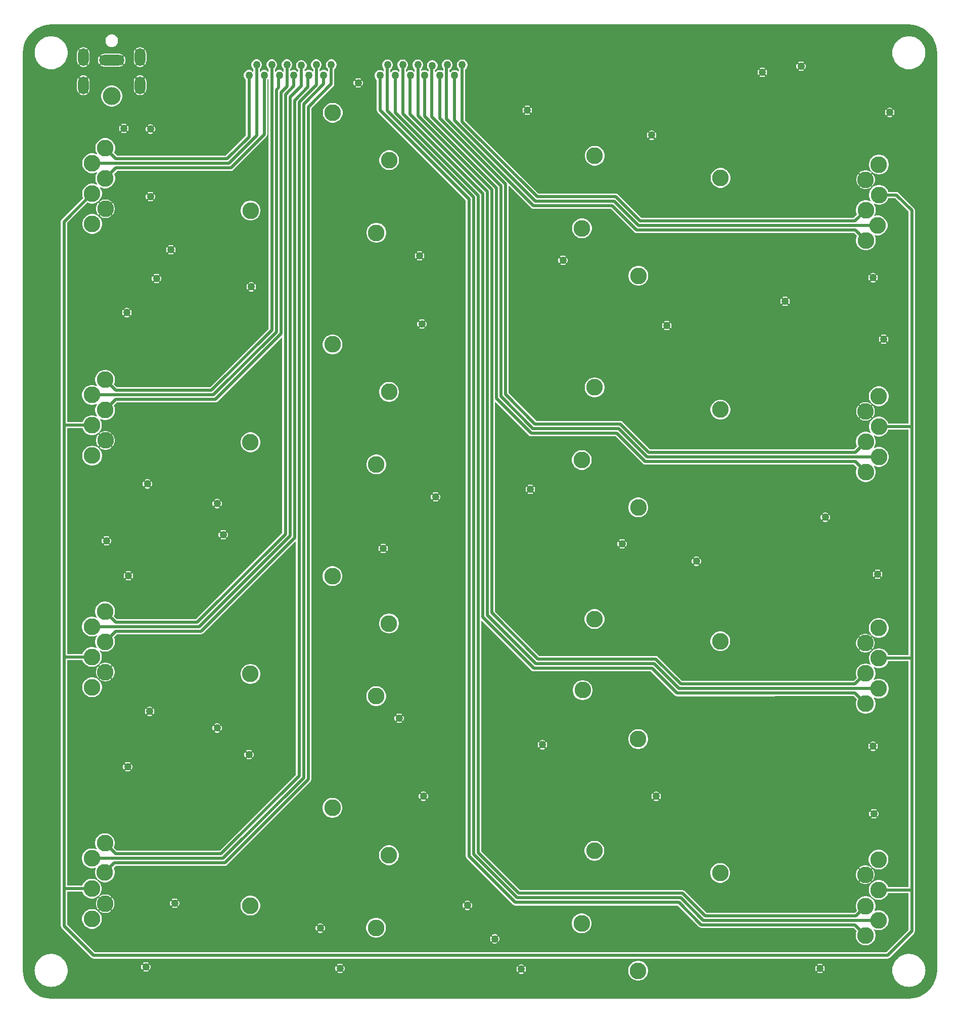
<source format=gbl>
G04*
G04 #@! TF.GenerationSoftware,Altium Limited,Altium Designer,24.0.1 (36)*
G04*
G04 Layer_Physical_Order=2*
G04 Layer_Color=12517376*
%FSLAX44Y44*%
%MOMM*%
G71*
G04*
G04 #@! TF.SameCoordinates,133CE3EA-F9F0-4B72-99F4-21709E576B51*
G04*
G04*
G04 #@! TF.FilePolarity,Positive*
G04*
G01*
G75*
%ADD14C,0.5080*%
%ADD35O,1.8000X3.0000*%
%ADD36O,4.3000X1.8000*%
%ADD37C,3.0000*%
%ADD38C,2.8000*%
%ADD39C,1.2700*%
G36*
X1599004Y1634226D02*
X1605082Y1633018D01*
X1610949Y1631026D01*
X1616507Y1628285D01*
X1621659Y1624843D01*
X1626317Y1620757D01*
X1630403Y1616098D01*
X1633846Y1610946D01*
X1636586Y1605389D01*
X1638578Y1599521D01*
X1639787Y1593444D01*
X1640186Y1587357D01*
X1640167Y1587261D01*
X1640167Y50064D01*
X1640167Y50064D01*
X1640167D01*
X1640110Y48817D01*
X1639787Y43881D01*
X1638578Y37803D01*
X1636586Y31936D01*
X1633846Y26378D01*
X1630403Y21226D01*
X1626317Y16567D01*
X1621659Y12482D01*
X1616507Y9039D01*
X1610949Y6299D01*
X1605082Y4307D01*
X1599004Y3098D01*
X1592917Y2699D01*
X1592821Y2718D01*
X156336Y2718D01*
X156336Y2718D01*
Y2718D01*
X155090Y2774D01*
X150153Y3098D01*
X144076Y4307D01*
X138208Y6298D01*
X132651Y9039D01*
X127499Y12482D01*
X122840Y16567D01*
X118755Y21226D01*
X115312Y26378D01*
X112571Y31935D01*
X110580Y37803D01*
X109371Y43880D01*
X108972Y49967D01*
X108991Y50064D01*
X108991Y1587261D01*
X108972Y1587357D01*
X109371Y1593444D01*
X110580Y1599521D01*
X112571Y1605389D01*
X115312Y1610946D01*
X118754Y1616098D01*
X122840Y1620757D01*
X127499Y1624843D01*
X132651Y1628285D01*
X138208Y1631026D01*
X144076Y1633017D01*
X150153Y1634226D01*
X156240Y1634625D01*
X156336Y1634606D01*
X1592821Y1634606D01*
X1592917Y1634625D01*
X1599004Y1634226D01*
D02*
G37*
%LPC*%
G36*
X259198Y1617840D02*
X256422D01*
X253742Y1617122D01*
X251338Y1615734D01*
X249376Y1613772D01*
X247988Y1611368D01*
X247270Y1608688D01*
Y1605912D01*
X247988Y1603232D01*
X249376Y1600828D01*
X251338Y1598866D01*
X253742Y1597478D01*
X256422Y1596760D01*
X259198D01*
X261878Y1597478D01*
X264282Y1598866D01*
X266244Y1600828D01*
X267632Y1603232D01*
X268350Y1605912D01*
Y1608688D01*
X267632Y1611368D01*
X266244Y1613772D01*
X264282Y1615734D01*
X261878Y1617122D01*
X259198Y1617840D01*
D02*
G37*
G36*
X305310Y1596415D02*
X302563Y1596053D01*
X300003Y1594993D01*
X298820Y1594086D01*
X305310Y1587596D01*
X311800Y1594086D01*
X310617Y1594993D01*
X308057Y1596053D01*
X305310Y1596415D01*
D02*
G37*
G36*
X210310D02*
X207563Y1596053D01*
X205003Y1594993D01*
X203820Y1594086D01*
X210310Y1587596D01*
X216800Y1594086D01*
X215617Y1594993D01*
X213057Y1596053D01*
X210310Y1596415D01*
D02*
G37*
G36*
X278596Y1581290D02*
X272106Y1574800D01*
X278596Y1568311D01*
X279503Y1569493D01*
X280563Y1572053D01*
X280925Y1574800D01*
X280563Y1577547D01*
X279503Y1580107D01*
X278596Y1581290D01*
D02*
G37*
G36*
X237024D02*
X236117Y1580107D01*
X235057Y1577547D01*
X234695Y1574800D01*
X235057Y1572053D01*
X236117Y1569493D01*
X237024Y1568311D01*
X243514Y1574800D01*
X237024Y1581290D01*
D02*
G37*
G36*
X297024Y1592290D02*
X296117Y1591107D01*
X295057Y1588547D01*
X294695Y1585800D01*
Y1573800D01*
X295057Y1571053D01*
X296117Y1568493D01*
X297024Y1567310D01*
X304412Y1574698D01*
X305310Y1573800D01*
X306208Y1574698D01*
X313596Y1567310D01*
X314503Y1568493D01*
X315563Y1571053D01*
X315925Y1573800D01*
Y1585800D01*
X315563Y1588547D01*
X314503Y1591107D01*
X313596Y1592290D01*
X306208Y1584902D01*
X305310Y1585800D01*
X304412Y1584902D01*
X297024Y1592290D01*
D02*
G37*
G36*
X202024D02*
X201117Y1591107D01*
X200057Y1588547D01*
X199695Y1585800D01*
Y1573800D01*
X200057Y1571053D01*
X201117Y1568493D01*
X202024Y1567310D01*
X209412Y1574698D01*
X210310Y1573800D01*
X211208Y1574698D01*
X218596Y1567310D01*
X219503Y1568493D01*
X220563Y1571053D01*
X220925Y1573800D01*
Y1585800D01*
X220563Y1588547D01*
X219503Y1591107D01*
X218596Y1592290D01*
X211208Y1584902D01*
X210310Y1585800D01*
X209412Y1584902D01*
X202024Y1592290D01*
D02*
G37*
G36*
X1413277Y1572514D02*
X1411203D01*
X1409201Y1571977D01*
X1407614Y1571062D01*
X1412240Y1566436D01*
X1416866Y1571062D01*
X1415279Y1571977D01*
X1413277Y1572514D01*
D02*
G37*
G36*
X270310Y1585415D02*
X245310D01*
X242563Y1585053D01*
X240003Y1583993D01*
X238820Y1583086D01*
X246208Y1575698D01*
X245310Y1574800D01*
X246208Y1573902D01*
X238820Y1566514D01*
X240003Y1565607D01*
X242563Y1564547D01*
X245310Y1564185D01*
X270310D01*
X273057Y1564547D01*
X275617Y1565607D01*
X276800Y1566514D01*
X269412Y1573902D01*
X270310Y1574800D01*
X269412Y1575698D01*
X276800Y1583086D01*
X275617Y1583993D01*
X273057Y1585053D01*
X270310Y1585415D01*
D02*
G37*
G36*
X305310Y1572004D02*
X298820Y1565514D01*
X300003Y1564607D01*
X302563Y1563547D01*
X305310Y1563185D01*
X308057Y1563547D01*
X310617Y1564607D01*
X311800Y1565514D01*
X305310Y1572004D01*
D02*
G37*
G36*
X210310D02*
X203820Y1565514D01*
X205003Y1564607D01*
X207563Y1563547D01*
X210310Y1563185D01*
X213057Y1563547D01*
X215617Y1564607D01*
X216800Y1565514D01*
X210310Y1572004D01*
D02*
G37*
G36*
X1418662Y1569265D02*
X1414036Y1564640D01*
X1418662Y1560014D01*
X1419577Y1561601D01*
X1420114Y1563603D01*
Y1565677D01*
X1419577Y1567679D01*
X1418662Y1569265D01*
D02*
G37*
G36*
X1405818Y1569265D02*
X1404903Y1567679D01*
X1404366Y1565677D01*
Y1563603D01*
X1404903Y1561601D01*
X1405818Y1560014D01*
X1410444Y1564640D01*
X1405818Y1569265D01*
D02*
G37*
G36*
X1592821Y1614950D02*
X1591562Y1614850D01*
X1590359D01*
X1590109Y1614801D01*
X1589854D01*
X1589149Y1614661D01*
X1588490Y1614609D01*
X1586564Y1614146D01*
X1585024Y1613840D01*
X1584788Y1613742D01*
X1584538Y1613693D01*
X1584350Y1613615D01*
X1584265Y1613594D01*
X1580251Y1611932D01*
X1580176Y1611886D01*
X1579988Y1611808D01*
X1579776Y1611666D01*
X1579540Y1611569D01*
X1578234Y1610696D01*
X1576546Y1609662D01*
X1576043Y1609232D01*
X1575446Y1608833D01*
X1575265Y1608652D01*
X1575053Y1608511D01*
X1574202Y1607660D01*
X1573242Y1606840D01*
X1572422Y1605879D01*
X1571571Y1605029D01*
X1571429Y1604816D01*
X1571249Y1604636D01*
X1570850Y1604039D01*
X1570420Y1603536D01*
X1569386Y1601848D01*
X1568513Y1600542D01*
X1568415Y1600306D01*
X1568274Y1600094D01*
X1568196Y1599906D01*
X1568150Y1599831D01*
X1566487Y1595817D01*
X1566467Y1595732D01*
X1566389Y1595544D01*
X1566339Y1595294D01*
X1566242Y1595058D01*
X1565935Y1593517D01*
X1565473Y1591592D01*
X1565421Y1590933D01*
X1565281Y1590228D01*
Y1589973D01*
X1565231Y1589723D01*
Y1588520D01*
X1565132Y1587261D01*
X1565231Y1586002D01*
Y1584798D01*
X1565281Y1584548D01*
Y1584293D01*
X1565421Y1583589D01*
X1565473Y1582929D01*
X1565935Y1581004D01*
X1566242Y1579463D01*
X1566339Y1579228D01*
X1566389Y1578978D01*
X1566467Y1578790D01*
X1566487Y1578704D01*
X1568150Y1574690D01*
X1568196Y1574616D01*
X1568274Y1574428D01*
X1568415Y1574216D01*
X1568513Y1573980D01*
X1569386Y1572674D01*
X1570420Y1570986D01*
X1570850Y1570483D01*
X1571249Y1569885D01*
X1571429Y1569705D01*
X1571571Y1569493D01*
X1572422Y1568642D01*
X1573242Y1567682D01*
X1574202Y1566862D01*
X1575053Y1566011D01*
X1575265Y1565869D01*
X1575446Y1565689D01*
X1576043Y1565289D01*
X1576546Y1564860D01*
X1578234Y1563826D01*
X1579540Y1562953D01*
X1579776Y1562855D01*
X1579988Y1562713D01*
X1580176Y1562636D01*
X1580251Y1562590D01*
X1584265Y1560927D01*
X1584350Y1560907D01*
X1584538Y1560829D01*
X1584788Y1560779D01*
X1585024Y1560681D01*
X1586564Y1560375D01*
X1588490Y1559913D01*
X1589149Y1559861D01*
X1589854Y1559721D01*
X1590109D01*
X1590359Y1559671D01*
X1591562D01*
X1592821Y1559572D01*
X1594080Y1559671D01*
X1595283D01*
X1595533Y1559721D01*
X1595789D01*
X1596493Y1559861D01*
X1597153Y1559913D01*
X1599078Y1560375D01*
X1600618Y1560681D01*
X1600854Y1560779D01*
X1601104Y1560829D01*
X1601292Y1560907D01*
X1601377Y1560927D01*
X1605392Y1562590D01*
X1605466Y1562636D01*
X1605654Y1562713D01*
X1605866Y1562855D01*
X1606102Y1562953D01*
X1607408Y1563826D01*
X1609096Y1564860D01*
X1609599Y1565289D01*
X1610196Y1565689D01*
X1610377Y1565869D01*
X1610589Y1566011D01*
X1611440Y1566862D01*
X1612400Y1567682D01*
X1613220Y1568642D01*
X1614071Y1569493D01*
X1614213Y1569705D01*
X1614393Y1569885D01*
X1614792Y1570483D01*
X1615222Y1570986D01*
X1616256Y1572674D01*
X1617129Y1573980D01*
X1617227Y1574216D01*
X1617368Y1574428D01*
X1617446Y1574615D01*
X1617492Y1574690D01*
X1619155Y1578704D01*
X1619175Y1578790D01*
X1619253Y1578978D01*
X1619303Y1579228D01*
X1619400Y1579463D01*
X1619707Y1581004D01*
X1620169Y1582929D01*
X1620221Y1583589D01*
X1620361Y1584293D01*
Y1584548D01*
X1620411Y1584798D01*
Y1586002D01*
X1620510Y1587261D01*
X1620411Y1588520D01*
Y1589723D01*
X1620361Y1589973D01*
Y1590228D01*
X1620221Y1590933D01*
X1620169Y1591592D01*
X1619707Y1593518D01*
X1619400Y1595058D01*
X1619303Y1595294D01*
X1619253Y1595544D01*
X1619175Y1595732D01*
X1619155Y1595817D01*
X1617492Y1599831D01*
X1617446Y1599906D01*
X1617368Y1600094D01*
X1617227Y1600306D01*
X1617129Y1600542D01*
X1616257Y1601847D01*
X1615222Y1603536D01*
X1614792Y1604039D01*
X1614393Y1604636D01*
X1614213Y1604816D01*
X1614071Y1605029D01*
X1613220Y1605879D01*
X1612400Y1606840D01*
X1611440Y1607660D01*
X1610589Y1608511D01*
X1610377Y1608652D01*
X1610196Y1608833D01*
X1609599Y1609232D01*
X1609096Y1609662D01*
X1607408Y1610696D01*
X1606102Y1611569D01*
X1605866Y1611666D01*
X1605654Y1611808D01*
X1605466Y1611886D01*
X1605392Y1611932D01*
X1601377Y1613594D01*
X1601292Y1613615D01*
X1601104Y1613693D01*
X1600854Y1613742D01*
X1600618Y1613840D01*
X1599078Y1614146D01*
X1597153Y1614609D01*
X1596493Y1614661D01*
X1595789Y1614801D01*
X1595533D01*
X1595283Y1614850D01*
X1594080D01*
X1592821Y1614950D01*
D02*
G37*
G36*
X156336Y1614949D02*
X155077Y1614850D01*
X153874D01*
X153624Y1614801D01*
X153369D01*
X152664Y1614660D01*
X152005Y1614609D01*
X150079Y1614146D01*
X148539Y1613840D01*
X148303Y1613742D01*
X148053Y1613692D01*
X147865Y1613615D01*
X147780Y1613594D01*
X143766Y1611932D01*
X143691Y1611886D01*
X143503Y1611808D01*
X143291Y1611666D01*
X143056Y1611569D01*
X141750Y1610696D01*
X140061Y1609661D01*
X139558Y1609232D01*
X138961Y1608833D01*
X138781Y1608652D01*
X138568Y1608511D01*
X137718Y1607660D01*
X136757Y1606840D01*
X135937Y1605879D01*
X135086Y1605029D01*
X134945Y1604816D01*
X134764Y1604636D01*
X134365Y1604039D01*
X133936Y1603536D01*
X132901Y1601848D01*
X132028Y1600541D01*
X131931Y1600306D01*
X131789Y1600094D01*
X131711Y1599906D01*
X131665Y1599831D01*
X130003Y1595817D01*
X129982Y1595732D01*
X129904Y1595544D01*
X129855Y1595294D01*
X129757Y1595058D01*
X129451Y1593517D01*
X128988Y1591592D01*
X128937Y1590933D01*
X128796Y1590228D01*
Y1589973D01*
X128747Y1589723D01*
Y1588520D01*
X128647Y1587261D01*
X128747Y1586002D01*
Y1584798D01*
X128796Y1584548D01*
Y1584293D01*
X128937Y1583589D01*
X128988Y1582929D01*
X129451Y1581004D01*
X129757Y1579463D01*
X129855Y1579228D01*
X129904Y1578977D01*
X129982Y1578790D01*
X130003Y1578704D01*
X131665Y1574690D01*
X131711Y1574615D01*
X131789Y1574428D01*
X131931Y1574216D01*
X132028Y1573980D01*
X132901Y1572673D01*
X133936Y1570986D01*
X134365Y1570483D01*
X134764Y1569885D01*
X134945Y1569705D01*
X135086Y1569493D01*
X135937Y1568642D01*
X136757Y1567682D01*
X137718Y1566862D01*
X138568Y1566011D01*
X138781Y1565869D01*
X138961Y1565689D01*
X139558Y1565289D01*
X140061Y1564860D01*
X141749Y1563826D01*
X143056Y1562953D01*
X143291Y1562855D01*
X143503Y1562713D01*
X143691Y1562635D01*
X143766Y1562590D01*
X147780Y1560927D01*
X147865Y1560907D01*
X148053Y1560829D01*
X148303Y1560779D01*
X148539Y1560681D01*
X150080Y1560375D01*
X152005Y1559913D01*
X152664Y1559861D01*
X153369Y1559721D01*
X153624D01*
X153874Y1559671D01*
X155077D01*
X156336Y1559572D01*
X157595Y1559671D01*
X158799D01*
X159049Y1559721D01*
X159304D01*
X160009Y1559861D01*
X160668Y1559913D01*
X162593Y1560375D01*
X164134Y1560681D01*
X164369Y1560779D01*
X164620Y1560829D01*
X164807Y1560907D01*
X164893Y1560927D01*
X168907Y1562590D01*
X168982Y1562635D01*
X169169Y1562713D01*
X169381Y1562855D01*
X169617Y1562953D01*
X170923Y1563825D01*
X172611Y1564860D01*
X173114Y1565289D01*
X173712Y1565689D01*
X173892Y1565869D01*
X174104Y1566011D01*
X174955Y1566862D01*
X175915Y1567682D01*
X176735Y1568642D01*
X177586Y1569493D01*
X177728Y1569705D01*
X177908Y1569885D01*
X178308Y1570483D01*
X178737Y1570986D01*
X179772Y1572674D01*
X180644Y1573980D01*
X180742Y1574216D01*
X180884Y1574428D01*
X180961Y1574615D01*
X181007Y1574690D01*
X182670Y1578704D01*
X182691Y1578790D01*
X182768Y1578977D01*
X182818Y1579227D01*
X182916Y1579463D01*
X183222Y1581004D01*
X183684Y1582929D01*
X183736Y1583589D01*
X183876Y1584293D01*
Y1584548D01*
X183926Y1584798D01*
Y1586002D01*
X184025Y1587261D01*
X183926Y1588520D01*
Y1589723D01*
X183876Y1589973D01*
Y1590228D01*
X183736Y1590933D01*
X183684Y1591592D01*
X183222Y1593518D01*
X182916Y1595058D01*
X182818Y1595294D01*
X182768Y1595544D01*
X182691Y1595732D01*
X182670Y1595817D01*
X181007Y1599831D01*
X180961Y1599906D01*
X180884Y1600094D01*
X180742Y1600306D01*
X180644Y1600541D01*
X179772Y1601847D01*
X178737Y1603536D01*
X178307Y1604039D01*
X177908Y1604636D01*
X177728Y1604816D01*
X177586Y1605029D01*
X176736Y1605879D01*
X175915Y1606840D01*
X174955Y1607660D01*
X174104Y1608511D01*
X173892Y1608652D01*
X173712Y1608833D01*
X173114Y1609232D01*
X172611Y1609661D01*
X170923Y1610696D01*
X169617Y1611569D01*
X169381Y1611666D01*
X169169Y1611808D01*
X168982Y1611886D01*
X168907Y1611932D01*
X164893Y1613594D01*
X164807Y1613615D01*
X164620Y1613692D01*
X164370Y1613742D01*
X164134Y1613840D01*
X162593Y1614146D01*
X160668Y1614609D01*
X160009Y1614660D01*
X159304Y1614801D01*
X159049D01*
X158799Y1614850D01*
X157595D01*
X156336Y1614949D01*
D02*
G37*
G36*
X1412240Y1562844D02*
X1407614Y1558218D01*
X1409201Y1557303D01*
X1411203Y1556766D01*
X1413277D01*
X1415279Y1557303D01*
X1416866Y1558218D01*
X1412240Y1562844D01*
D02*
G37*
G36*
X1348507Y1562354D02*
X1346433D01*
X1344431Y1561817D01*
X1342845Y1560902D01*
X1347470Y1556276D01*
X1352095Y1560902D01*
X1350509Y1561817D01*
X1348507Y1562354D01*
D02*
G37*
G36*
X626550Y1576070D02*
X624210D01*
X621949Y1575464D01*
X619921Y1574294D01*
X618266Y1572639D01*
X617096Y1570611D01*
X616490Y1568350D01*
Y1566010D01*
X617096Y1563749D01*
X618266Y1561721D01*
X619921Y1560066D01*
X620201Y1559905D01*
Y1556448D01*
X618931Y1555922D01*
X618204Y1556649D01*
X616176Y1557819D01*
X613915Y1558425D01*
X611575D01*
X609314Y1557819D01*
X607286Y1556649D01*
X606829Y1556192D01*
X605560Y1556718D01*
Y1559905D01*
X605839Y1560066D01*
X607494Y1561721D01*
X608664Y1563749D01*
X609270Y1566010D01*
Y1568350D01*
X608664Y1570611D01*
X607494Y1572639D01*
X605839Y1574294D01*
X603811Y1575464D01*
X601550Y1576070D01*
X599210D01*
X596949Y1575464D01*
X594921Y1574294D01*
X593266Y1572639D01*
X592096Y1570611D01*
X591490Y1568350D01*
Y1566010D01*
X592096Y1563749D01*
X593266Y1561721D01*
X594921Y1560066D01*
X595201Y1559905D01*
Y1556448D01*
X593931Y1555922D01*
X593204Y1556649D01*
X591176Y1557819D01*
X588915Y1558425D01*
X586575D01*
X584314Y1557819D01*
X582286Y1556649D01*
X581759Y1556122D01*
X580490Y1556648D01*
Y1558635D01*
X580769Y1558796D01*
X582424Y1560451D01*
X583594Y1562479D01*
X584200Y1564740D01*
Y1567080D01*
X583594Y1569341D01*
X582424Y1571369D01*
X580769Y1573024D01*
X578741Y1574194D01*
X576480Y1574800D01*
X574140D01*
X571879Y1574194D01*
X569851Y1573024D01*
X568196Y1571369D01*
X567026Y1569341D01*
X566420Y1567080D01*
Y1564740D01*
X567026Y1562479D01*
X568196Y1560451D01*
X569851Y1558796D01*
X570131Y1558635D01*
Y1556248D01*
X568861Y1555722D01*
X568069Y1556514D01*
X566041Y1557684D01*
X563780Y1558290D01*
X561440D01*
X559179Y1557684D01*
X557630Y1556790D01*
X556359Y1557409D01*
Y1559905D01*
X556639Y1560066D01*
X558294Y1561721D01*
X559464Y1563749D01*
X560070Y1566010D01*
Y1568350D01*
X559464Y1570611D01*
X558294Y1572639D01*
X556639Y1574294D01*
X554611Y1575464D01*
X552350Y1576070D01*
X550010D01*
X547749Y1575464D01*
X545721Y1574294D01*
X544066Y1572639D01*
X542896Y1570611D01*
X542290Y1568350D01*
Y1566010D01*
X542896Y1563749D01*
X544066Y1561721D01*
X545721Y1560066D01*
X546001Y1559905D01*
Y1556248D01*
X544730Y1555722D01*
X543939Y1556514D01*
X541911Y1557684D01*
X539650Y1558290D01*
X537310D01*
X535049Y1557684D01*
X533021Y1556514D01*
X532229Y1555722D01*
X530960Y1556248D01*
Y1559905D01*
X531239Y1560066D01*
X532894Y1561721D01*
X534064Y1563749D01*
X534670Y1566010D01*
Y1568350D01*
X534064Y1570611D01*
X532894Y1572639D01*
X531239Y1574294D01*
X529211Y1575464D01*
X526950Y1576070D01*
X524610D01*
X522349Y1575464D01*
X520321Y1574294D01*
X518666Y1572639D01*
X517496Y1570611D01*
X516890Y1568350D01*
Y1566010D01*
X517496Y1563749D01*
X518666Y1561721D01*
X520321Y1560066D01*
X520601Y1559905D01*
Y1556248D01*
X519330Y1555722D01*
X518539Y1556514D01*
X516511Y1557684D01*
X514250Y1558290D01*
X511910D01*
X509649Y1557684D01*
X507621Y1556514D01*
X506829Y1555722D01*
X505560Y1556248D01*
Y1559905D01*
X505839Y1560066D01*
X507494Y1561721D01*
X508664Y1563749D01*
X509270Y1566010D01*
Y1568350D01*
X508664Y1570611D01*
X507494Y1572639D01*
X505839Y1574294D01*
X503811Y1575464D01*
X501550Y1576070D01*
X499210D01*
X496949Y1575464D01*
X494921Y1574294D01*
X493266Y1572639D01*
X492096Y1570611D01*
X491490Y1568350D01*
Y1566010D01*
X492096Y1563749D01*
X493266Y1561721D01*
X494921Y1560066D01*
X495201Y1559905D01*
Y1556248D01*
X493931Y1555722D01*
X493139Y1556514D01*
X491111Y1557684D01*
X488850Y1558290D01*
X486510D01*
X484249Y1557684D01*
X482221Y1556514D01*
X480566Y1554859D01*
X479396Y1552831D01*
X478790Y1550570D01*
Y1548230D01*
X479396Y1545969D01*
X480566Y1543941D01*
X482221Y1542286D01*
X482500Y1542125D01*
Y1448638D01*
X448741Y1414879D01*
X266821D01*
X261700Y1419999D01*
X262800Y1422654D01*
X263435Y1425850D01*
Y1429108D01*
X262800Y1432303D01*
X261553Y1435314D01*
X259743Y1438023D01*
X257439Y1440326D01*
X254730Y1442137D01*
X251720Y1443383D01*
X248524Y1444019D01*
X245266D01*
X242071Y1443383D01*
X239061Y1442137D01*
X236352Y1440326D01*
X234048Y1438023D01*
X232238Y1435314D01*
X230991Y1432303D01*
X230355Y1429108D01*
Y1425850D01*
X230991Y1422654D01*
X232238Y1419644D01*
X233298Y1418058D01*
X232745Y1416841D01*
X232624Y1416780D01*
X229719Y1417983D01*
X226523Y1418619D01*
X223265D01*
X220070Y1417983D01*
X217059Y1416736D01*
X214350Y1414926D01*
X212047Y1412623D01*
X210236Y1409914D01*
X208990Y1406904D01*
X208354Y1403708D01*
Y1400450D01*
X208990Y1397254D01*
X210236Y1394244D01*
X212047Y1391535D01*
X214350Y1389232D01*
X217059Y1387421D01*
X220070Y1386174D01*
X223265Y1385539D01*
X226523D01*
X229719Y1386174D01*
X232624Y1387378D01*
X232745Y1387316D01*
X233298Y1386100D01*
X232238Y1384514D01*
X230991Y1381503D01*
X230355Y1378308D01*
Y1375050D01*
X230991Y1371854D01*
X232238Y1368844D01*
X233298Y1367258D01*
X232745Y1366041D01*
X232624Y1365980D01*
X229719Y1367183D01*
X226523Y1367819D01*
X223265D01*
X220070Y1367183D01*
X217059Y1365936D01*
X214350Y1364126D01*
X212047Y1361823D01*
X210236Y1359113D01*
X208990Y1356103D01*
X208354Y1352908D01*
Y1349650D01*
X208990Y1346454D01*
X210089Y1343799D01*
X174137Y1307847D01*
X173015Y1306167D01*
X172621Y1304185D01*
Y962660D01*
Y577850D01*
Y189230D01*
Y124460D01*
X173015Y122478D01*
X174137Y120798D01*
X223668Y71268D01*
X223668Y71267D01*
X225348Y70145D01*
X227330Y69750D01*
X1557020D01*
X1559002Y70145D01*
X1560683Y71267D01*
X1601322Y111908D01*
X1602445Y113588D01*
X1602840Y115570D01*
Y182880D01*
X1602840Y182880D01*
X1602840Y182880D01*
Y574040D01*
X1602840Y574040D01*
X1602840Y574040D01*
Y961390D01*
Y1323340D01*
X1602445Y1325322D01*
X1601322Y1327003D01*
X1575624Y1352701D01*
X1573944Y1353824D01*
X1571962Y1354218D01*
X1558578D01*
X1557479Y1356873D01*
X1555668Y1359582D01*
X1553365Y1361886D01*
X1550656Y1363696D01*
X1547646Y1364943D01*
X1544450Y1365578D01*
X1541192D01*
X1537997Y1364943D01*
X1534986Y1363696D01*
X1532277Y1361886D01*
X1529974Y1359582D01*
X1528163Y1356873D01*
X1526917Y1353863D01*
X1526281Y1350667D01*
Y1347409D01*
X1526917Y1344214D01*
X1528163Y1341204D01*
X1529223Y1339618D01*
X1528671Y1338401D01*
X1528550Y1338339D01*
X1525645Y1339543D01*
X1522449Y1340178D01*
X1519191D01*
X1515995Y1339543D01*
X1512985Y1338296D01*
X1510276Y1336486D01*
X1507973Y1334182D01*
X1506162Y1331473D01*
X1504916Y1328463D01*
X1504280Y1325267D01*
Y1322009D01*
X1504916Y1318814D01*
X1506015Y1316159D01*
X1500596Y1310739D01*
X1145108D01*
X1105985Y1349863D01*
X1104305Y1350985D01*
X1102323Y1351380D01*
X972425D01*
X849837Y1473967D01*
Y1559739D01*
X850117Y1559900D01*
X851772Y1561555D01*
X852942Y1563583D01*
X853548Y1565844D01*
Y1568184D01*
X852942Y1570445D01*
X851772Y1572473D01*
X850117Y1574128D01*
X848089Y1575298D01*
X845828Y1575904D01*
X843488D01*
X841227Y1575298D01*
X839199Y1574128D01*
X837544Y1572473D01*
X836374Y1570445D01*
X835768Y1568184D01*
Y1565844D01*
X836374Y1563583D01*
X837544Y1561555D01*
X839199Y1559900D01*
X839479Y1559739D01*
Y1556282D01*
X838208Y1555756D01*
X837482Y1556483D01*
X835454Y1557653D01*
X833193Y1558259D01*
X830853D01*
X828592Y1557653D01*
X826564Y1556483D01*
X824909Y1554828D01*
X824902Y1554816D01*
X823633Y1555156D01*
Y1559043D01*
X825117Y1559900D01*
X826772Y1561555D01*
X827942Y1563583D01*
X828548Y1565844D01*
Y1568184D01*
X827942Y1570445D01*
X826772Y1572473D01*
X825117Y1574128D01*
X823089Y1575298D01*
X820828Y1575904D01*
X818488D01*
X816227Y1575298D01*
X814199Y1574128D01*
X812544Y1572473D01*
X811374Y1570445D01*
X810768Y1568184D01*
Y1565844D01*
X811374Y1563583D01*
X812544Y1561555D01*
X813273Y1560826D01*
Y1557378D01*
X812003Y1556759D01*
X810454Y1557653D01*
X808193Y1558259D01*
X805853D01*
X803592Y1557653D01*
X801564Y1556483D01*
X800200Y1555118D01*
X798930Y1555529D01*
Y1557985D01*
X800047Y1558630D01*
X801702Y1560285D01*
X802872Y1562313D01*
X803478Y1564574D01*
Y1566914D01*
X802872Y1569175D01*
X801702Y1571203D01*
X800047Y1572858D01*
X798019Y1574028D01*
X795758Y1574634D01*
X793418D01*
X791157Y1574028D01*
X789129Y1572858D01*
X787474Y1571203D01*
X786304Y1569175D01*
X785698Y1566914D01*
Y1564574D01*
X786304Y1562313D01*
X787474Y1560285D01*
X788570Y1559189D01*
Y1556783D01*
X787976Y1556537D01*
X787300Y1556374D01*
X785319Y1557518D01*
X783058Y1558124D01*
X780718D01*
X778457Y1557518D01*
X776908Y1556624D01*
X775638Y1557243D01*
Y1559739D01*
X775917Y1559900D01*
X777572Y1561555D01*
X778742Y1563583D01*
X779348Y1565844D01*
Y1568184D01*
X778742Y1570445D01*
X777572Y1572473D01*
X775917Y1574128D01*
X773889Y1575298D01*
X771628Y1575904D01*
X769288D01*
X767027Y1575298D01*
X764999Y1574128D01*
X763344Y1572473D01*
X762174Y1570445D01*
X761568Y1568184D01*
Y1565844D01*
X762174Y1563583D01*
X763344Y1561555D01*
X764999Y1559900D01*
X765278Y1559739D01*
Y1556082D01*
X764008Y1555556D01*
X763217Y1556348D01*
X761189Y1557518D01*
X758928Y1558124D01*
X756588D01*
X754327Y1557518D01*
X752299Y1556348D01*
X751507Y1555556D01*
X750238Y1556082D01*
Y1559739D01*
X750517Y1559900D01*
X752172Y1561555D01*
X753342Y1563583D01*
X753948Y1565844D01*
Y1568184D01*
X753342Y1570445D01*
X752172Y1572473D01*
X750517Y1574128D01*
X748489Y1575298D01*
X746228Y1575904D01*
X743888D01*
X741627Y1575298D01*
X739599Y1574128D01*
X737944Y1572473D01*
X736774Y1570445D01*
X736168Y1568184D01*
Y1565844D01*
X736774Y1563583D01*
X737944Y1561555D01*
X739599Y1559900D01*
X739878Y1559739D01*
Y1556082D01*
X738608Y1555556D01*
X737817Y1556348D01*
X735789Y1557518D01*
X733528Y1558124D01*
X731188D01*
X728927Y1557518D01*
X726899Y1556348D01*
X725269Y1554718D01*
X725152Y1554721D01*
X723999Y1555077D01*
Y1559255D01*
X725117Y1559900D01*
X726772Y1561555D01*
X727942Y1563583D01*
X728548Y1565844D01*
Y1568184D01*
X727942Y1570445D01*
X726772Y1572473D01*
X725117Y1574128D01*
X723089Y1575298D01*
X720828Y1575904D01*
X718488D01*
X716227Y1575298D01*
X714199Y1574128D01*
X712544Y1572473D01*
X711374Y1570445D01*
X710768Y1568184D01*
Y1565844D01*
X711374Y1563583D01*
X712544Y1561555D01*
X713641Y1560459D01*
Y1556783D01*
X713046Y1556537D01*
X712371Y1556374D01*
X710389Y1557518D01*
X708128Y1558124D01*
X705788D01*
X703527Y1557518D01*
X701499Y1556348D01*
X699844Y1554693D01*
X698674Y1552665D01*
X698068Y1550404D01*
Y1548064D01*
X698674Y1545803D01*
X699844Y1543775D01*
X701499Y1542120D01*
X701778Y1541959D01*
Y1490983D01*
X702173Y1489001D01*
X703296Y1487320D01*
X850800Y1339815D01*
Y241300D01*
X851195Y239318D01*
X852318Y237638D01*
X929788Y160168D01*
X931468Y159045D01*
X933450Y158651D01*
X1205625D01*
X1241568Y122707D01*
X1243248Y121584D01*
X1245230Y121190D01*
X1500426D01*
X1505547Y116069D01*
X1504447Y113414D01*
X1503812Y110219D01*
Y106960D01*
X1504447Y103765D01*
X1505694Y100755D01*
X1507504Y98046D01*
X1509808Y95742D01*
X1512517Y93932D01*
X1515527Y92685D01*
X1518723Y92050D01*
X1521981D01*
X1525176Y92685D01*
X1528186Y93932D01*
X1530895Y95742D01*
X1533199Y98046D01*
X1535009Y100755D01*
X1536256Y103765D01*
X1536892Y106960D01*
Y110219D01*
X1536256Y113414D01*
X1535009Y116424D01*
X1533950Y118010D01*
X1534501Y119227D01*
X1534622Y119289D01*
X1537528Y118085D01*
X1540724Y117450D01*
X1543982D01*
X1547177Y118085D01*
X1550187Y119332D01*
X1552896Y121142D01*
X1555200Y123446D01*
X1557010Y126155D01*
X1558257Y129165D01*
X1558893Y132360D01*
Y135619D01*
X1558257Y138814D01*
X1557010Y141824D01*
X1555200Y144533D01*
X1552896Y146837D01*
X1550187Y148647D01*
X1547177Y149894D01*
X1543982Y150530D01*
X1540724D01*
X1537528Y149894D01*
X1536315Y149392D01*
X1535343Y150364D01*
X1536367Y152834D01*
X1537002Y156030D01*
Y159288D01*
X1536367Y162483D01*
X1535120Y165493D01*
X1533310Y168202D01*
X1531006Y170506D01*
X1528297Y172316D01*
X1525287Y173563D01*
X1522091Y174199D01*
X1518833D01*
X1515638Y173563D01*
X1512628Y172316D01*
X1509919Y170506D01*
X1507615Y168202D01*
X1505805Y165493D01*
X1504558Y162483D01*
X1503922Y159288D01*
Y156030D01*
X1504558Y152834D01*
X1505658Y150179D01*
X1502268Y146789D01*
X1253689D01*
X1217745Y182733D01*
X1216065Y183855D01*
X1214083Y184249D01*
X941908D01*
X876400Y249758D01*
Y635460D01*
X877573Y635946D01*
X960921Y552598D01*
X962602Y551475D01*
X964584Y551081D01*
X964584Y551081D01*
X1160558D01*
X1200951Y510687D01*
X1202632Y509565D01*
X1204614Y509170D01*
X1368406D01*
X1368922Y509273D01*
X1500582D01*
X1505703Y504152D01*
X1504603Y501497D01*
X1503968Y498302D01*
Y495043D01*
X1504603Y491848D01*
X1505850Y488838D01*
X1507660Y486129D01*
X1509964Y483825D01*
X1512673Y482015D01*
X1515683Y480768D01*
X1518879Y480132D01*
X1522137D01*
X1525332Y480768D01*
X1528342Y482015D01*
X1531051Y483825D01*
X1533355Y486129D01*
X1535165Y488838D01*
X1536412Y491848D01*
X1537048Y495043D01*
Y498302D01*
X1536412Y501497D01*
X1535165Y504507D01*
X1534106Y506093D01*
X1534657Y507310D01*
X1534779Y507372D01*
X1537684Y506168D01*
X1540880Y505532D01*
X1544138D01*
X1547333Y506168D01*
X1550343Y507415D01*
X1553053Y509225D01*
X1555356Y511529D01*
X1557166Y514238D01*
X1558413Y517248D01*
X1559049Y520443D01*
Y523702D01*
X1558413Y526897D01*
X1557166Y529907D01*
X1555356Y532616D01*
X1553053Y534920D01*
X1550343Y536730D01*
X1547333Y537977D01*
X1544138Y538613D01*
X1540880D01*
X1537684Y537977D01*
X1534779Y536773D01*
X1534657Y536835D01*
X1534106Y538052D01*
X1535165Y539638D01*
X1536412Y542648D01*
X1537048Y545844D01*
Y549102D01*
X1536412Y552297D01*
X1535165Y555307D01*
X1534106Y556893D01*
X1534657Y558110D01*
X1534779Y558172D01*
X1537684Y556968D01*
X1540880Y556333D01*
X1544138D01*
X1547333Y556968D01*
X1550343Y558215D01*
X1553053Y560025D01*
X1555356Y562329D01*
X1557166Y565038D01*
X1558266Y567693D01*
X1592480D01*
Y189969D01*
X1558110D01*
X1557010Y192624D01*
X1555200Y195333D01*
X1552896Y197637D01*
X1550187Y199447D01*
X1547177Y200694D01*
X1543982Y201330D01*
X1540724D01*
X1537528Y200694D01*
X1534518Y199447D01*
X1531809Y197637D01*
X1529505Y195333D01*
X1527695Y192624D01*
X1526448Y189614D01*
X1525813Y186419D01*
Y183161D01*
X1526448Y179965D01*
X1527695Y176955D01*
X1529505Y174246D01*
X1531809Y171942D01*
X1534518Y170132D01*
X1537528Y168885D01*
X1540724Y168250D01*
X1543982D01*
X1547177Y168885D01*
X1550187Y170132D01*
X1552896Y171942D01*
X1555200Y174246D01*
X1557010Y176955D01*
X1558110Y179610D01*
X1592480D01*
Y117715D01*
X1554875Y80110D01*
X229475D01*
X182980Y126605D01*
Y181851D01*
X208668D01*
X209768Y179195D01*
X211578Y176486D01*
X213882Y174183D01*
X216591Y172373D01*
X219601Y171126D01*
X222797Y170490D01*
X226055D01*
X229250Y171126D01*
X232260Y172373D01*
X234969Y174183D01*
X237273Y176486D01*
X239083Y179195D01*
X240330Y182206D01*
X240966Y185401D01*
Y188659D01*
X240330Y191855D01*
X239083Y194865D01*
X237273Y197574D01*
X234969Y199878D01*
X232260Y201688D01*
X229250Y202934D01*
X226055Y203570D01*
X222797D01*
X219601Y202934D01*
X216591Y201688D01*
X213882Y199878D01*
X211578Y197574D01*
X209768Y194865D01*
X208668Y192210D01*
X182980D01*
Y569934D01*
X208825D01*
X209924Y567278D01*
X211734Y564569D01*
X214038Y562266D01*
X216747Y560456D01*
X219757Y559209D01*
X222953Y558573D01*
X226211D01*
X229406Y559209D01*
X232416Y560456D01*
X235126Y562266D01*
X237429Y564569D01*
X239239Y567278D01*
X240486Y570289D01*
X241122Y573484D01*
Y576742D01*
X240486Y579938D01*
X239239Y582948D01*
X238180Y584534D01*
X238732Y585751D01*
X238853Y585812D01*
X241758Y584609D01*
X244954Y583973D01*
X248212D01*
X251408Y584609D01*
X254418Y585855D01*
X257127Y587666D01*
X259431Y589969D01*
X261241Y592678D01*
X262488Y595689D01*
X263123Y598884D01*
Y602142D01*
X262488Y605338D01*
X261388Y607993D01*
X266509Y613114D01*
X407473D01*
X409455Y613508D01*
X411136Y614631D01*
X565147Y768642D01*
X566320Y768156D01*
Y378028D01*
X438922Y250630D01*
X266353D01*
X261232Y255751D01*
X262331Y258406D01*
X262967Y261601D01*
Y264859D01*
X262331Y268055D01*
X261084Y271065D01*
X259274Y273774D01*
X256971Y276078D01*
X254262Y277888D01*
X251252Y279135D01*
X248056Y279770D01*
X244798D01*
X241602Y279135D01*
X238592Y277888D01*
X235883Y276078D01*
X233580Y273774D01*
X231769Y271065D01*
X230523Y268055D01*
X229887Y264859D01*
Y261601D01*
X230523Y258406D01*
X231769Y255396D01*
X232829Y253810D01*
X232277Y252593D01*
X232156Y252531D01*
X229250Y253735D01*
X226055Y254370D01*
X222797D01*
X219601Y253735D01*
X216591Y252488D01*
X213882Y250678D01*
X211578Y248374D01*
X209768Y245665D01*
X208521Y242655D01*
X207886Y239459D01*
Y236201D01*
X208521Y233006D01*
X209768Y229996D01*
X211578Y227287D01*
X213882Y224983D01*
X216591Y223173D01*
X219601Y221926D01*
X222797Y221290D01*
X226055D01*
X229250Y221926D01*
X230463Y222428D01*
X231435Y221456D01*
X230412Y218986D01*
X229776Y215790D01*
Y212532D01*
X230412Y209337D01*
X231659Y206327D01*
X233469Y203618D01*
X235773Y201314D01*
X238482Y199504D01*
X241492Y198257D01*
X244687Y197621D01*
X247945D01*
X251141Y198257D01*
X254151Y199504D01*
X256860Y201314D01*
X259164Y203618D01*
X260974Y206327D01*
X262221Y209337D01*
X262856Y212532D01*
Y215790D01*
X262221Y218986D01*
X261121Y221641D01*
X264511Y225031D01*
X447380D01*
X449362Y225425D01*
X451043Y226548D01*
X590402Y365908D01*
X591525Y367588D01*
X591920Y369570D01*
Y1493915D01*
X629042Y1531037D01*
X629043Y1531037D01*
X630165Y1532718D01*
X630560Y1534700D01*
X630560Y1534700D01*
Y1559905D01*
X630839Y1560066D01*
X632494Y1561721D01*
X633664Y1563749D01*
X634270Y1566010D01*
Y1568350D01*
X633664Y1570611D01*
X632494Y1572639D01*
X630839Y1574294D01*
X628811Y1575464D01*
X626550Y1576070D01*
D02*
G37*
G36*
X1353892Y1559106D02*
X1349266Y1554480D01*
X1353892Y1549854D01*
X1354807Y1551441D01*
X1355344Y1553443D01*
Y1555517D01*
X1354807Y1557519D01*
X1353892Y1559106D01*
D02*
G37*
G36*
X1341048Y1559106D02*
X1340133Y1557519D01*
X1339596Y1555517D01*
Y1553443D01*
X1340133Y1551441D01*
X1341048Y1549854D01*
X1345674Y1554480D01*
X1341048Y1559106D01*
D02*
G37*
G36*
X1347470Y1552684D02*
X1342845Y1548058D01*
X1344431Y1547143D01*
X1346433Y1546606D01*
X1348507D01*
X1350509Y1547143D01*
X1352095Y1548058D01*
X1347470Y1552684D01*
D02*
G37*
G36*
X305310Y1549415D02*
X302563Y1549053D01*
X300003Y1547993D01*
X298820Y1547086D01*
X305310Y1540596D01*
X311800Y1547086D01*
X310617Y1547993D01*
X308057Y1549053D01*
X305310Y1549415D01*
D02*
G37*
G36*
X210310D02*
X207563Y1549053D01*
X205003Y1547993D01*
X203820Y1547086D01*
X210310Y1540596D01*
X216800Y1547086D01*
X215617Y1547993D01*
X213057Y1549053D01*
X210310Y1549415D01*
D02*
G37*
G36*
X671597Y1544574D02*
X669523D01*
X667521Y1544037D01*
X665935Y1543122D01*
X670560Y1538496D01*
X675185Y1543122D01*
X673599Y1544037D01*
X671597Y1544574D01*
D02*
G37*
G36*
X676982Y1541326D02*
X672356Y1536700D01*
X676982Y1532074D01*
X677897Y1533661D01*
X678434Y1535663D01*
Y1537737D01*
X677897Y1539739D01*
X676982Y1541326D01*
D02*
G37*
G36*
X664138Y1541326D02*
X663223Y1539739D01*
X662686Y1537737D01*
Y1535663D01*
X663223Y1533661D01*
X664138Y1532074D01*
X668764Y1536700D01*
X664138Y1541326D01*
D02*
G37*
G36*
X670560Y1534904D02*
X665935Y1530278D01*
X667521Y1529363D01*
X669523Y1528826D01*
X671597D01*
X673599Y1529363D01*
X675185Y1530278D01*
X670560Y1534904D01*
D02*
G37*
G36*
X297024Y1545290D02*
X296117Y1544107D01*
X295057Y1541547D01*
X294695Y1538800D01*
Y1526800D01*
X295057Y1524053D01*
X296117Y1521493D01*
X297024Y1520311D01*
X304412Y1527698D01*
X305310Y1526800D01*
X306208Y1527698D01*
X313596Y1520311D01*
X314503Y1521493D01*
X315563Y1524053D01*
X315925Y1526800D01*
Y1538800D01*
X315563Y1541547D01*
X314503Y1544107D01*
X313596Y1545289D01*
X306208Y1537902D01*
X305310Y1538800D01*
X304412Y1537902D01*
X297024Y1545290D01*
D02*
G37*
G36*
X202024D02*
X201117Y1544107D01*
X200057Y1541547D01*
X199695Y1538800D01*
Y1526800D01*
X200057Y1524053D01*
X201117Y1521493D01*
X202024Y1520311D01*
X209412Y1527698D01*
X210310Y1526800D01*
X211208Y1527698D01*
X218596Y1520311D01*
X219503Y1521493D01*
X220563Y1524053D01*
X220925Y1526800D01*
Y1538800D01*
X220563Y1541547D01*
X219503Y1544107D01*
X218596Y1545289D01*
X211208Y1537902D01*
X210310Y1538800D01*
X209412Y1537902D01*
X202024Y1545290D01*
D02*
G37*
G36*
X305310Y1525004D02*
X298820Y1518514D01*
X300003Y1517607D01*
X302563Y1516547D01*
X305310Y1516185D01*
X308057Y1516547D01*
X310617Y1517607D01*
X311800Y1518514D01*
X305310Y1525004D01*
D02*
G37*
G36*
X210310D02*
X203820Y1518514D01*
X205003Y1517607D01*
X207563Y1516547D01*
X210310Y1516185D01*
X213057Y1516547D01*
X215617Y1517607D01*
X216800Y1518514D01*
X210310Y1525004D01*
D02*
G37*
G36*
X259538Y1532340D02*
X256082D01*
X252694Y1531666D01*
X249502Y1530344D01*
X246629Y1528424D01*
X244186Y1525981D01*
X242266Y1523108D01*
X240944Y1519916D01*
X240270Y1516528D01*
Y1513073D01*
X240944Y1509684D01*
X242266Y1506492D01*
X244186Y1503619D01*
X246629Y1501176D01*
X249502Y1499256D01*
X252694Y1497934D01*
X256082Y1497260D01*
X259538D01*
X262926Y1497934D01*
X266118Y1499256D01*
X268991Y1501176D01*
X271434Y1503619D01*
X273354Y1506492D01*
X274676Y1509684D01*
X275350Y1513073D01*
Y1516528D01*
X274676Y1519916D01*
X273354Y1523108D01*
X271434Y1525981D01*
X268991Y1528424D01*
X266118Y1530344D01*
X262926Y1531666D01*
X259538Y1532340D01*
D02*
G37*
G36*
X954807Y1498854D02*
X952733D01*
X950731Y1498317D01*
X949145Y1497402D01*
X953770Y1492776D01*
X958395Y1497402D01*
X956809Y1498317D01*
X954807Y1498854D01*
D02*
G37*
G36*
X1561867Y1495044D02*
X1559793D01*
X1557791Y1494507D01*
X1556205Y1493592D01*
X1560830Y1488966D01*
X1565455Y1493592D01*
X1563869Y1494507D01*
X1561867Y1495044D01*
D02*
G37*
G36*
X960192Y1495605D02*
X955566Y1490980D01*
X960192Y1486355D01*
X961107Y1487941D01*
X961644Y1489943D01*
Y1492017D01*
X961107Y1494019D01*
X960192Y1495605D01*
D02*
G37*
G36*
X947348Y1495605D02*
X946433Y1494019D01*
X945896Y1492017D01*
Y1489943D01*
X946433Y1487941D01*
X947348Y1486355D01*
X951974Y1490980D01*
X947348Y1495605D01*
D02*
G37*
G36*
X953770Y1489184D02*
X949145Y1484558D01*
X950731Y1483643D01*
X952733Y1483106D01*
X954807D01*
X956809Y1483643D01*
X958395Y1484558D01*
X953770Y1489184D01*
D02*
G37*
G36*
X1567252Y1491796D02*
X1562626Y1487170D01*
X1567252Y1482545D01*
X1568167Y1484131D01*
X1568704Y1486133D01*
Y1488207D01*
X1568167Y1490209D01*
X1567252Y1491796D01*
D02*
G37*
G36*
X1554408Y1491796D02*
X1553493Y1490209D01*
X1552956Y1488207D01*
Y1486133D01*
X1553493Y1484131D01*
X1554408Y1482545D01*
X1559034Y1487170D01*
X1554408Y1491796D01*
D02*
G37*
G36*
X1560830Y1485374D02*
X1556205Y1480748D01*
X1557791Y1479833D01*
X1559793Y1479296D01*
X1561867D01*
X1563869Y1479833D01*
X1565455Y1480748D01*
X1560830Y1485374D01*
D02*
G37*
G36*
X629486Y1503173D02*
X626228D01*
X623033Y1502537D01*
X620023Y1501290D01*
X617313Y1499480D01*
X615010Y1497177D01*
X613200Y1494467D01*
X611953Y1491457D01*
X611317Y1488262D01*
Y1485004D01*
X611953Y1481808D01*
X613200Y1478798D01*
X615010Y1476089D01*
X617313Y1473785D01*
X620023Y1471975D01*
X623033Y1470728D01*
X626228Y1470093D01*
X629486D01*
X632682Y1470728D01*
X635692Y1471975D01*
X638401Y1473785D01*
X640705Y1476089D01*
X642515Y1478798D01*
X643762Y1481808D01*
X644397Y1485004D01*
Y1488262D01*
X643762Y1491457D01*
X642515Y1494467D01*
X640705Y1497177D01*
X638401Y1499480D01*
X635692Y1501290D01*
X632682Y1502537D01*
X629486Y1503173D01*
D02*
G37*
G36*
X279167Y1468374D02*
X277093D01*
X275091Y1467837D01*
X273505Y1466922D01*
X278130Y1462296D01*
X282756Y1466922D01*
X281169Y1467837D01*
X279167Y1468374D01*
D02*
G37*
G36*
X323617Y1467104D02*
X321543D01*
X319541Y1466567D01*
X317955Y1465652D01*
X322580Y1461026D01*
X327206Y1465652D01*
X325619Y1466567D01*
X323617Y1467104D01*
D02*
G37*
G36*
X284552Y1465125D02*
X279926Y1460500D01*
X284552Y1455874D01*
X285467Y1457461D01*
X286004Y1459463D01*
Y1461537D01*
X285467Y1463539D01*
X284552Y1465125D01*
D02*
G37*
G36*
X271708Y1465125D02*
X270793Y1463539D01*
X270256Y1461537D01*
Y1459463D01*
X270793Y1457461D01*
X271708Y1455874D01*
X276334Y1460500D01*
X271708Y1465125D01*
D02*
G37*
G36*
X329002Y1463855D02*
X324376Y1459230D01*
X329002Y1454604D01*
X329917Y1456191D01*
X330454Y1458193D01*
Y1460267D01*
X329917Y1462269D01*
X329002Y1463855D01*
D02*
G37*
G36*
X316158Y1463855D02*
X315243Y1462269D01*
X314706Y1460267D01*
Y1458193D01*
X315243Y1456191D01*
X316158Y1454604D01*
X320784Y1459230D01*
X316158Y1463855D01*
D02*
G37*
G36*
X278130Y1458704D02*
X273505Y1454078D01*
X275091Y1453163D01*
X277093Y1452626D01*
X279167D01*
X281169Y1453163D01*
X282756Y1454078D01*
X278130Y1458704D01*
D02*
G37*
G36*
X322580Y1457434D02*
X317955Y1452808D01*
X319541Y1451893D01*
X321543Y1451356D01*
X323617D01*
X325619Y1451893D01*
X327206Y1452808D01*
X322580Y1457434D01*
D02*
G37*
G36*
X1163087Y1456944D02*
X1161013D01*
X1159011Y1456407D01*
X1157424Y1455492D01*
X1162050Y1450866D01*
X1166675Y1455492D01*
X1165089Y1456407D01*
X1163087Y1456944D01*
D02*
G37*
G36*
X1168472Y1453696D02*
X1163846Y1449070D01*
X1168472Y1444444D01*
X1169387Y1446031D01*
X1169924Y1448033D01*
Y1450107D01*
X1169387Y1452109D01*
X1168472Y1453696D01*
D02*
G37*
G36*
X1155628Y1453696D02*
X1154713Y1452109D01*
X1154176Y1450107D01*
Y1448033D01*
X1154713Y1446031D01*
X1155628Y1444444D01*
X1160254Y1449070D01*
X1155628Y1453696D01*
D02*
G37*
G36*
X1162050Y1447274D02*
X1157424Y1442648D01*
X1159011Y1441733D01*
X1161013Y1441196D01*
X1163087D01*
X1165089Y1441733D01*
X1166675Y1442648D01*
X1162050Y1447274D01*
D02*
G37*
G36*
X1068326Y1431233D02*
X1065068D01*
X1061872Y1430597D01*
X1058862Y1429350D01*
X1056153Y1427540D01*
X1053849Y1425236D01*
X1052039Y1422527D01*
X1050792Y1419517D01*
X1050157Y1416322D01*
Y1413064D01*
X1050792Y1409868D01*
X1052039Y1406858D01*
X1053849Y1404149D01*
X1056153Y1401845D01*
X1058862Y1400035D01*
X1061872Y1398788D01*
X1065068Y1398153D01*
X1068326D01*
X1071521Y1398788D01*
X1074531Y1400035D01*
X1077241Y1401845D01*
X1079544Y1404149D01*
X1081354Y1406858D01*
X1082601Y1409868D01*
X1083237Y1413064D01*
Y1416322D01*
X1082601Y1419517D01*
X1081354Y1422527D01*
X1079544Y1425236D01*
X1077241Y1427540D01*
X1074531Y1429350D01*
X1071521Y1430597D01*
X1068326Y1431233D01*
D02*
G37*
G36*
X724093Y1423788D02*
X720835D01*
X717639Y1423153D01*
X714629Y1421906D01*
X711920Y1420096D01*
X709616Y1417792D01*
X707806Y1415083D01*
X706560Y1412073D01*
X705924Y1408878D01*
Y1405619D01*
X706560Y1402424D01*
X707806Y1399414D01*
X709616Y1396705D01*
X711920Y1394401D01*
X714629Y1392591D01*
X717639Y1391344D01*
X720835Y1390708D01*
X724093D01*
X727289Y1391344D01*
X730298Y1392591D01*
X733008Y1394401D01*
X735311Y1396705D01*
X737122Y1399414D01*
X738368Y1402424D01*
X739004Y1405619D01*
Y1408878D01*
X738368Y1412073D01*
X737122Y1415083D01*
X735311Y1417792D01*
X733008Y1420096D01*
X730298Y1421906D01*
X727289Y1423153D01*
X724093Y1423788D01*
D02*
G37*
G36*
X1544196Y1416378D02*
X1540938D01*
X1537742Y1415743D01*
X1534732Y1414496D01*
X1532023Y1412686D01*
X1529720Y1410382D01*
X1527910Y1407673D01*
X1526663Y1404663D01*
X1526027Y1401467D01*
Y1398209D01*
X1526663Y1395014D01*
X1527910Y1392004D01*
X1529720Y1389295D01*
X1532023Y1386991D01*
X1534732Y1385181D01*
X1537742Y1383934D01*
X1540938Y1383298D01*
X1544196D01*
X1547392Y1383934D01*
X1550402Y1385181D01*
X1553111Y1386991D01*
X1555414Y1389295D01*
X1557225Y1392004D01*
X1558472Y1395014D01*
X1559107Y1398209D01*
Y1401467D01*
X1558472Y1404663D01*
X1557225Y1407673D01*
X1555414Y1410382D01*
X1553111Y1412686D01*
X1550402Y1414496D01*
X1547392Y1415743D01*
X1544196Y1416378D01*
D02*
G37*
G36*
X1521849Y1389962D02*
X1518791D01*
X1515792Y1389366D01*
X1512966Y1388196D01*
X1510424Y1386497D01*
X1510241Y1386313D01*
X1520320Y1376234D01*
X1530399Y1386314D01*
X1530216Y1386497D01*
X1527673Y1388196D01*
X1524848Y1389366D01*
X1521849Y1389962D01*
D02*
G37*
G36*
X1508445Y1384518D02*
X1508262Y1384334D01*
X1506563Y1381792D01*
X1505392Y1378967D01*
X1504796Y1375967D01*
Y1372909D01*
X1505392Y1369910D01*
X1506563Y1367085D01*
X1508262Y1364543D01*
X1508445Y1364359D01*
X1518524Y1374438D01*
X1508445Y1384518D01*
D02*
G37*
G36*
X1532195Y1384518D02*
X1522116Y1374438D01*
X1532195Y1364359D01*
X1532378Y1364543D01*
X1534077Y1367085D01*
X1535247Y1369910D01*
X1535844Y1372909D01*
Y1375967D01*
X1535247Y1378967D01*
X1534077Y1381792D01*
X1532378Y1384334D01*
X1532195Y1384518D01*
D02*
G37*
G36*
X1278985Y1394088D02*
X1275727D01*
X1272531Y1393452D01*
X1269521Y1392206D01*
X1266812Y1390395D01*
X1264508Y1388092D01*
X1262698Y1385383D01*
X1261451Y1382372D01*
X1260816Y1379177D01*
Y1375919D01*
X1261451Y1372723D01*
X1262698Y1369713D01*
X1264508Y1367004D01*
X1266812Y1364700D01*
X1269521Y1362890D01*
X1272531Y1361644D01*
X1275727Y1361008D01*
X1278985D01*
X1282180Y1361644D01*
X1285190Y1362890D01*
X1287899Y1364700D01*
X1290203Y1367004D01*
X1292013Y1369713D01*
X1293260Y1372723D01*
X1293896Y1375919D01*
Y1379177D01*
X1293260Y1382372D01*
X1292013Y1385383D01*
X1290203Y1388092D01*
X1287899Y1390395D01*
X1285190Y1392206D01*
X1282180Y1393452D01*
X1278985Y1394088D01*
D02*
G37*
G36*
X1520320Y1372642D02*
X1510241Y1362563D01*
X1510424Y1362380D01*
X1512966Y1360681D01*
X1515792Y1359511D01*
X1518791Y1358914D01*
X1521849D01*
X1524848Y1359511D01*
X1527673Y1360681D01*
X1530216Y1362380D01*
X1530399Y1362563D01*
X1520320Y1372642D01*
D02*
G37*
G36*
X702647Y1302164D02*
X699389D01*
X696194Y1301529D01*
X693184Y1300282D01*
X690475Y1298472D01*
X688171Y1296168D01*
X686361Y1293459D01*
X685114Y1290449D01*
X684478Y1287254D01*
Y1283995D01*
X685114Y1280800D01*
X686361Y1277790D01*
X688171Y1275081D01*
X690475Y1272777D01*
X693184Y1270967D01*
X696194Y1269720D01*
X699389Y1269084D01*
X702647D01*
X705843Y1269720D01*
X708853Y1270967D01*
X711562Y1272777D01*
X713866Y1275081D01*
X715676Y1277790D01*
X716923Y1280800D01*
X717558Y1283995D01*
Y1287254D01*
X716923Y1290449D01*
X715676Y1293459D01*
X713866Y1296168D01*
X711562Y1298472D01*
X708853Y1300282D01*
X705843Y1301529D01*
X702647Y1302164D01*
D02*
G37*
G36*
X774467Y1255014D02*
X772393D01*
X770391Y1254477D01*
X768804Y1253562D01*
X773430Y1248936D01*
X778055Y1253562D01*
X776469Y1254477D01*
X774467Y1255014D01*
D02*
G37*
G36*
X779852Y1251766D02*
X775226Y1247140D01*
X779852Y1242514D01*
X780767Y1244101D01*
X781304Y1246103D01*
Y1248177D01*
X780767Y1250179D01*
X779852Y1251766D01*
D02*
G37*
G36*
X767008Y1251766D02*
X766093Y1250179D01*
X765556Y1248177D01*
Y1246103D01*
X766093Y1244101D01*
X767008Y1242514D01*
X771634Y1247140D01*
X767008Y1251766D01*
D02*
G37*
G36*
X773430Y1245344D02*
X768804Y1240718D01*
X770391Y1239803D01*
X772393Y1239266D01*
X774467D01*
X776469Y1239803D01*
X778055Y1240718D01*
X773430Y1245344D01*
D02*
G37*
G36*
X778277Y1140714D02*
X776203D01*
X774201Y1140177D01*
X772615Y1139262D01*
X777240Y1134636D01*
X781865Y1139262D01*
X780279Y1140177D01*
X778277Y1140714D01*
D02*
G37*
G36*
X783662Y1137466D02*
X779036Y1132840D01*
X783662Y1128214D01*
X784577Y1129801D01*
X785114Y1131803D01*
Y1133877D01*
X784577Y1135879D01*
X783662Y1137466D01*
D02*
G37*
G36*
X770818Y1137466D02*
X769903Y1135879D01*
X769366Y1133877D01*
Y1131803D01*
X769903Y1129801D01*
X770818Y1128214D01*
X775444Y1132840D01*
X770818Y1137466D01*
D02*
G37*
G36*
X777240Y1131044D02*
X772615Y1126418D01*
X774201Y1125503D01*
X776203Y1124966D01*
X778277D01*
X780279Y1125503D01*
X781865Y1126418D01*
X777240Y1131044D01*
D02*
G37*
G36*
X629330Y1115090D02*
X626072D01*
X622877Y1114454D01*
X619866Y1113207D01*
X617157Y1111397D01*
X614854Y1109094D01*
X613044Y1106385D01*
X611797Y1103374D01*
X611161Y1100179D01*
Y1096921D01*
X611797Y1093725D01*
X613044Y1090715D01*
X614854Y1088006D01*
X617157Y1085703D01*
X619866Y1083892D01*
X622877Y1082646D01*
X626072Y1082010D01*
X629330D01*
X632526Y1082646D01*
X635536Y1083892D01*
X638245Y1085703D01*
X640548Y1088006D01*
X642359Y1090715D01*
X643605Y1093725D01*
X644241Y1096921D01*
Y1100179D01*
X643605Y1103374D01*
X642359Y1106385D01*
X640548Y1109094D01*
X638245Y1111397D01*
X635536Y1113207D01*
X632526Y1114454D01*
X629330Y1115090D01*
D02*
G37*
G36*
X723937Y1035705D02*
X720679D01*
X717483Y1035070D01*
X714473Y1033823D01*
X711764Y1032013D01*
X709460Y1029709D01*
X707650Y1027000D01*
X706403Y1023990D01*
X705768Y1020795D01*
Y1017536D01*
X706403Y1014341D01*
X707650Y1011331D01*
X709460Y1008622D01*
X711764Y1006318D01*
X714473Y1004508D01*
X717483Y1003261D01*
X720679Y1002626D01*
X723937D01*
X727132Y1003261D01*
X730142Y1004508D01*
X732851Y1006318D01*
X735155Y1008622D01*
X736965Y1011331D01*
X738212Y1014341D01*
X738848Y1017536D01*
Y1020795D01*
X738212Y1023990D01*
X736965Y1027000D01*
X735155Y1029709D01*
X732851Y1032013D01*
X730142Y1033823D01*
X727132Y1035070D01*
X723937Y1035705D01*
D02*
G37*
G36*
X702491Y914081D02*
X699233D01*
X696038Y913446D01*
X693027Y912199D01*
X690319Y910389D01*
X688015Y908085D01*
X686205Y905376D01*
X684958Y902366D01*
X684322Y899171D01*
Y895912D01*
X684958Y892717D01*
X686205Y889707D01*
X688015Y886998D01*
X690319Y884694D01*
X693027Y882884D01*
X696038Y881637D01*
X699233Y881002D01*
X702491D01*
X705687Y881637D01*
X708697Y882884D01*
X711406Y884694D01*
X713710Y886998D01*
X715520Y889707D01*
X716767Y892717D01*
X717402Y895912D01*
Y899171D01*
X716767Y902366D01*
X715520Y905376D01*
X713710Y908085D01*
X711406Y910389D01*
X708697Y912199D01*
X705687Y913446D01*
X702491Y914081D01*
D02*
G37*
G36*
X801137Y851154D02*
X799063D01*
X797061Y850617D01*
X795474Y849702D01*
X800100Y845076D01*
X804725Y849702D01*
X803139Y850617D01*
X801137Y851154D01*
D02*
G37*
G36*
X806522Y847906D02*
X801896Y843280D01*
X806522Y838654D01*
X807437Y840241D01*
X807974Y842243D01*
Y844317D01*
X807437Y846319D01*
X806522Y847906D01*
D02*
G37*
G36*
X793678Y847906D02*
X792763Y846319D01*
X792226Y844317D01*
Y842243D01*
X792763Y840241D01*
X793678Y838654D01*
X798304Y843280D01*
X793678Y847906D01*
D02*
G37*
G36*
X800100Y841484D02*
X795474Y836858D01*
X797061Y835943D01*
X799063Y835406D01*
X801137D01*
X803139Y835943D01*
X804725Y836858D01*
X800100Y841484D01*
D02*
G37*
G36*
X713507Y764794D02*
X711433D01*
X709431Y764257D01*
X707844Y763342D01*
X712470Y758716D01*
X717095Y763342D01*
X715509Y764257D01*
X713507Y764794D01*
D02*
G37*
G36*
X718892Y761545D02*
X714266Y756920D01*
X718892Y752294D01*
X719807Y753881D01*
X720344Y755883D01*
Y757957D01*
X719807Y759959D01*
X718892Y761545D01*
D02*
G37*
G36*
X706048Y761545D02*
X705133Y759959D01*
X704596Y757957D01*
Y755883D01*
X705133Y753881D01*
X706048Y752294D01*
X710674Y756920D01*
X706048Y761545D01*
D02*
G37*
G36*
X712470Y755124D02*
X707844Y750498D01*
X709431Y749583D01*
X711433Y749046D01*
X713507D01*
X715509Y749583D01*
X717095Y750498D01*
X712470Y755124D01*
D02*
G37*
G36*
X629174Y727007D02*
X625916D01*
X622720Y726372D01*
X619710Y725125D01*
X617001Y723315D01*
X614697Y721011D01*
X612887Y718302D01*
X611641Y715292D01*
X611005Y712096D01*
Y708838D01*
X611641Y705642D01*
X612887Y702633D01*
X614697Y699923D01*
X617001Y697620D01*
X619710Y695809D01*
X622720Y694563D01*
X625916Y693927D01*
X629174D01*
X632369Y694563D01*
X635380Y695809D01*
X638089Y697620D01*
X640392Y699923D01*
X642203Y702633D01*
X643449Y705642D01*
X644085Y708838D01*
Y712096D01*
X643449Y715292D01*
X642203Y718302D01*
X640392Y721011D01*
X638089Y723315D01*
X635380Y725125D01*
X632369Y726372D01*
X629174Y727007D01*
D02*
G37*
G36*
X723781Y647623D02*
X720523D01*
X717327Y646987D01*
X714317Y645740D01*
X711608Y643930D01*
X709304Y641626D01*
X707494Y638917D01*
X706247Y635907D01*
X705612Y632712D01*
Y629454D01*
X706247Y626258D01*
X707494Y623248D01*
X709304Y620539D01*
X711608Y618235D01*
X714317Y616425D01*
X717327Y615178D01*
X720523Y614543D01*
X723781D01*
X726976Y615178D01*
X729986Y616425D01*
X732695Y618235D01*
X734999Y620539D01*
X736809Y623248D01*
X738056Y626258D01*
X738692Y629454D01*
Y632712D01*
X738056Y635907D01*
X736809Y638917D01*
X734999Y641626D01*
X732695Y643930D01*
X729986Y645740D01*
X726976Y646987D01*
X723781Y647623D01*
D02*
G37*
G36*
X248612Y565237D02*
X245554D01*
X242555Y564640D01*
X239730Y563470D01*
X237187Y561771D01*
X237004Y561588D01*
X247083Y551509D01*
X257162Y561588D01*
X256979Y561771D01*
X254436Y563470D01*
X251611Y564640D01*
X248612Y565237D01*
D02*
G37*
G36*
X235208Y559792D02*
X235025Y559609D01*
X233326Y557066D01*
X232156Y554241D01*
X231559Y551242D01*
Y548184D01*
X232156Y545185D01*
X233326Y542360D01*
X235025Y539817D01*
X235208Y539634D01*
X245287Y549713D01*
X235208Y559792D01*
D02*
G37*
G36*
X258958D02*
X248879Y549713D01*
X258958Y539634D01*
X259141Y539817D01*
X260840Y542360D01*
X262010Y545185D01*
X262607Y548184D01*
Y551242D01*
X262010Y554241D01*
X260840Y557066D01*
X259141Y559609D01*
X258958Y559792D01*
D02*
G37*
G36*
X247083Y547917D02*
X237004Y537838D01*
X237187Y537655D01*
X239730Y535956D01*
X242555Y534786D01*
X245554Y534189D01*
X248612D01*
X251611Y534786D01*
X254436Y535956D01*
X256979Y537655D01*
X257162Y537838D01*
X247083Y547917D01*
D02*
G37*
G36*
X491676Y563144D02*
X488418D01*
X485223Y562508D01*
X482212Y561261D01*
X479503Y559451D01*
X477200Y557147D01*
X475390Y554438D01*
X474143Y551428D01*
X473507Y548233D01*
Y544974D01*
X474143Y541779D01*
X475390Y538769D01*
X477200Y536060D01*
X479503Y533756D01*
X482212Y531946D01*
X485223Y530699D01*
X488418Y530064D01*
X491676D01*
X494872Y530699D01*
X497882Y531946D01*
X500591Y533756D01*
X502895Y536060D01*
X504705Y538769D01*
X505951Y541779D01*
X506587Y544974D01*
Y548233D01*
X505951Y551428D01*
X504705Y554438D01*
X502895Y557147D01*
X500591Y559451D01*
X497882Y561261D01*
X494872Y562508D01*
X491676Y563144D01*
D02*
G37*
G36*
X226465Y540853D02*
X223207D01*
X220011Y540217D01*
X217001Y538970D01*
X214292Y537160D01*
X211988Y534857D01*
X210178Y532148D01*
X208932Y529137D01*
X208296Y525942D01*
Y522684D01*
X208932Y519488D01*
X210178Y516478D01*
X211988Y513769D01*
X214292Y511465D01*
X217001Y509655D01*
X220011Y508409D01*
X223207Y507773D01*
X226465D01*
X229660Y508409D01*
X232670Y509655D01*
X235380Y511465D01*
X237683Y513769D01*
X239493Y516478D01*
X240740Y519488D01*
X241376Y522684D01*
Y525942D01*
X240740Y529137D01*
X239493Y532148D01*
X237683Y534857D01*
X235380Y537160D01*
X232670Y538970D01*
X229660Y540217D01*
X226465Y540853D01*
D02*
G37*
G36*
X1048109Y535970D02*
X1044851D01*
X1041655Y535334D01*
X1038645Y534088D01*
X1035936Y532277D01*
X1033633Y529974D01*
X1031822Y527265D01*
X1030576Y524255D01*
X1029940Y521059D01*
Y517801D01*
X1030576Y514605D01*
X1031822Y511595D01*
X1033633Y508886D01*
X1035936Y506583D01*
X1038645Y504772D01*
X1041655Y503526D01*
X1044851Y502890D01*
X1048109D01*
X1051304Y503526D01*
X1054315Y504772D01*
X1057024Y506583D01*
X1059327Y508886D01*
X1061137Y511595D01*
X1062384Y514605D01*
X1063020Y517801D01*
Y521059D01*
X1062384Y524255D01*
X1061137Y527265D01*
X1059327Y529974D01*
X1057024Y532277D01*
X1054315Y534088D01*
X1051304Y535334D01*
X1048109Y535970D01*
D02*
G37*
G36*
X702335Y525999D02*
X699077D01*
X695882Y525363D01*
X692871Y524116D01*
X690162Y522306D01*
X687859Y520002D01*
X686049Y517293D01*
X684802Y514283D01*
X684166Y511088D01*
Y507830D01*
X684802Y504634D01*
X686049Y501624D01*
X687859Y498915D01*
X690162Y496611D01*
X692871Y494801D01*
X695882Y493554D01*
X699077Y492919D01*
X702335D01*
X705531Y493554D01*
X708541Y494801D01*
X711250Y496611D01*
X713553Y498915D01*
X715364Y501624D01*
X716610Y504634D01*
X717246Y507830D01*
Y511088D01*
X716610Y514283D01*
X715364Y517293D01*
X713553Y520002D01*
X711250Y522306D01*
X708541Y524116D01*
X705531Y525363D01*
X702335Y525999D01*
D02*
G37*
G36*
X322347Y491744D02*
X320273D01*
X318271Y491207D01*
X316684Y490292D01*
X321310Y485666D01*
X325936Y490292D01*
X324349Y491207D01*
X322347Y491744D01*
D02*
G37*
G36*
X327732Y488495D02*
X323106Y483870D01*
X327732Y479244D01*
X328647Y480831D01*
X329184Y482833D01*
Y484907D01*
X328647Y486909D01*
X327732Y488495D01*
D02*
G37*
G36*
X314888Y488495D02*
X313973Y486909D01*
X313436Y484907D01*
Y482833D01*
X313973Y480831D01*
X314888Y479244D01*
X319514Y483870D01*
X314888Y488495D01*
D02*
G37*
G36*
X321310Y482074D02*
X316684Y477448D01*
X318271Y476533D01*
X320273Y475996D01*
X322347D01*
X324349Y476533D01*
X325936Y477448D01*
X321310Y482074D01*
D02*
G37*
G36*
X740177Y480314D02*
X738103D01*
X736101Y479777D01*
X734514Y478862D01*
X739140Y474236D01*
X743765Y478862D01*
X742179Y479777D01*
X740177Y480314D01*
D02*
G37*
G36*
X745562Y477066D02*
X740936Y472440D01*
X745562Y467814D01*
X746477Y469401D01*
X747014Y471403D01*
Y473477D01*
X746477Y475479D01*
X745562Y477066D01*
D02*
G37*
G36*
X732718Y477066D02*
X731803Y475479D01*
X731266Y473477D01*
Y471403D01*
X731803Y469401D01*
X732718Y467814D01*
X737344Y472440D01*
X732718Y477066D01*
D02*
G37*
G36*
X739140Y470644D02*
X734514Y466018D01*
X736101Y465103D01*
X738103Y464566D01*
X740177D01*
X742179Y465103D01*
X743765Y466018D01*
X739140Y470644D01*
D02*
G37*
G36*
X435377Y463804D02*
X433303D01*
X431301Y463267D01*
X429715Y462352D01*
X434340Y457726D01*
X438965Y462352D01*
X437379Y463267D01*
X435377Y463804D01*
D02*
G37*
G36*
X440762Y460555D02*
X436136Y455930D01*
X440762Y451305D01*
X441677Y452891D01*
X442214Y454893D01*
Y456967D01*
X441677Y458969D01*
X440762Y460555D01*
D02*
G37*
G36*
X427918Y460555D02*
X427003Y458969D01*
X426466Y456967D01*
Y454893D01*
X427003Y452891D01*
X427918Y451305D01*
X432544Y455930D01*
X427918Y460555D01*
D02*
G37*
G36*
X434340Y454134D02*
X429715Y449508D01*
X431301Y448593D01*
X433303Y448056D01*
X435377D01*
X437379Y448593D01*
X438965Y449508D01*
X434340Y454134D01*
D02*
G37*
G36*
X980207Y435864D02*
X978133D01*
X976131Y435327D01*
X974545Y434412D01*
X979170Y429786D01*
X983795Y434412D01*
X982209Y435327D01*
X980207Y435864D01*
D02*
G37*
G36*
X1533927Y433324D02*
X1531853D01*
X1529851Y432787D01*
X1528264Y431872D01*
X1532890Y427246D01*
X1537516Y431872D01*
X1535929Y432787D01*
X1533927Y433324D01*
D02*
G37*
G36*
X985592Y432616D02*
X980966Y427990D01*
X985592Y423364D01*
X986507Y424951D01*
X987044Y426953D01*
Y429027D01*
X986507Y431029D01*
X985592Y432616D01*
D02*
G37*
G36*
X972748Y432616D02*
X971833Y431029D01*
X971296Y429027D01*
Y426953D01*
X971833Y424951D01*
X972748Y423364D01*
X977374Y427990D01*
X972748Y432616D01*
D02*
G37*
G36*
X1141175Y454059D02*
X1137917D01*
X1134721Y453423D01*
X1131711Y452176D01*
X1129002Y450366D01*
X1126698Y448062D01*
X1124888Y445353D01*
X1123641Y442343D01*
X1123006Y439148D01*
Y435890D01*
X1123641Y432694D01*
X1124888Y429684D01*
X1126698Y426975D01*
X1129002Y424671D01*
X1131711Y422861D01*
X1134721Y421614D01*
X1137917Y420979D01*
X1141175D01*
X1144370Y421614D01*
X1147380Y422861D01*
X1150089Y424671D01*
X1152393Y426975D01*
X1154203Y429684D01*
X1155450Y432694D01*
X1156086Y435890D01*
Y439148D01*
X1155450Y442343D01*
X1154203Y445353D01*
X1152393Y448062D01*
X1150089Y450366D01*
X1147380Y452176D01*
X1144370Y453423D01*
X1141175Y454059D01*
D02*
G37*
G36*
X1539312Y430075D02*
X1534686Y425450D01*
X1539312Y420825D01*
X1540227Y422411D01*
X1540764Y424413D01*
Y426487D01*
X1540227Y428489D01*
X1539312Y430075D01*
D02*
G37*
G36*
X1526468Y430075D02*
X1525553Y428489D01*
X1525016Y426487D01*
Y424413D01*
X1525553Y422411D01*
X1526468Y420825D01*
X1531094Y425450D01*
X1526468Y430075D01*
D02*
G37*
G36*
X979170Y426194D02*
X974545Y421568D01*
X976131Y420653D01*
X978133Y420116D01*
X980207D01*
X982209Y420653D01*
X983795Y421568D01*
X979170Y426194D01*
D02*
G37*
G36*
X1532890Y423654D02*
X1528264Y419028D01*
X1529851Y418113D01*
X1531853Y417576D01*
X1533927D01*
X1535929Y418113D01*
X1537516Y419028D01*
X1532890Y423654D01*
D02*
G37*
G36*
X488717Y419354D02*
X486643D01*
X484641Y418817D01*
X483055Y417902D01*
X487680Y413276D01*
X492305Y417902D01*
X490719Y418817D01*
X488717Y419354D01*
D02*
G37*
G36*
X494102Y416105D02*
X489476Y411480D01*
X494102Y406855D01*
X495017Y408441D01*
X495554Y410443D01*
Y412517D01*
X495017Y414519D01*
X494102Y416105D01*
D02*
G37*
G36*
X481258Y416105D02*
X480343Y414519D01*
X479806Y412517D01*
Y410443D01*
X480343Y408441D01*
X481258Y406855D01*
X485884Y411480D01*
X481258Y416105D01*
D02*
G37*
G36*
X487680Y409684D02*
X483055Y405058D01*
X484641Y404143D01*
X486643Y403606D01*
X488717D01*
X490719Y404143D01*
X492305Y405058D01*
X487680Y409684D01*
D02*
G37*
G36*
X285517Y399034D02*
X283443D01*
X281441Y398497D01*
X279855Y397582D01*
X284480Y392956D01*
X289105Y397582D01*
X287519Y398497D01*
X285517Y399034D01*
D02*
G37*
G36*
X290902Y395785D02*
X286276Y391160D01*
X290902Y386535D01*
X291817Y388121D01*
X292354Y390123D01*
Y392197D01*
X291817Y394199D01*
X290902Y395785D01*
D02*
G37*
G36*
X278058Y395785D02*
X277143Y394199D01*
X276606Y392197D01*
Y390123D01*
X277143Y388121D01*
X278058Y386535D01*
X282684Y391160D01*
X278058Y395785D01*
D02*
G37*
G36*
X284480Y389364D02*
X279855Y384738D01*
X281441Y383823D01*
X283443Y383286D01*
X285517D01*
X287519Y383823D01*
X289105Y384738D01*
X284480Y389364D01*
D02*
G37*
G36*
X1170707Y349504D02*
X1168633D01*
X1166631Y348967D01*
X1165044Y348052D01*
X1169670Y343426D01*
X1174296Y348052D01*
X1172709Y348967D01*
X1170707Y349504D01*
D02*
G37*
G36*
X780817D02*
X778743D01*
X776741Y348967D01*
X775154Y348052D01*
X779780Y343426D01*
X784406Y348052D01*
X782819Y348967D01*
X780817Y349504D01*
D02*
G37*
G36*
X1176092Y346255D02*
X1171466Y341630D01*
X1176092Y337005D01*
X1177007Y338591D01*
X1177544Y340593D01*
Y342667D01*
X1177007Y344669D01*
X1176092Y346255D01*
D02*
G37*
G36*
X786202D02*
X781576Y341630D01*
X786202Y337005D01*
X787117Y338591D01*
X787654Y340593D01*
Y342667D01*
X787117Y344669D01*
X786202Y346255D01*
D02*
G37*
G36*
X773358Y346255D02*
X772443Y344669D01*
X771906Y342667D01*
Y340593D01*
X772443Y338591D01*
X773358Y337005D01*
X777984Y341630D01*
X773358Y346255D01*
D02*
G37*
G36*
X1163248D02*
X1162333Y344669D01*
X1161796Y342667D01*
Y340593D01*
X1162333Y338591D01*
X1163248Y337005D01*
X1167874Y341630D01*
X1163248Y346255D01*
D02*
G37*
G36*
X1169670Y339834D02*
X1165044Y335208D01*
X1166631Y334293D01*
X1168633Y333756D01*
X1170707D01*
X1172709Y334293D01*
X1174296Y335208D01*
X1169670Y339834D01*
D02*
G37*
G36*
X779780D02*
X775154Y335208D01*
X776741Y334293D01*
X778743Y333756D01*
X780817D01*
X782819Y334293D01*
X784406Y335208D01*
X779780Y339834D01*
D02*
G37*
G36*
X1535197Y320294D02*
X1533123D01*
X1531121Y319757D01*
X1529534Y318842D01*
X1534160Y314216D01*
X1538786Y318842D01*
X1537199Y319757D01*
X1535197Y320294D01*
D02*
G37*
G36*
X1540582Y317045D02*
X1535956Y312420D01*
X1540582Y307794D01*
X1541497Y309381D01*
X1542034Y311383D01*
Y313457D01*
X1541497Y315459D01*
X1540582Y317045D01*
D02*
G37*
G36*
X1527738Y317045D02*
X1526823Y315459D01*
X1526286Y313457D01*
Y311383D01*
X1526823Y309381D01*
X1527738Y307794D01*
X1532364Y312420D01*
X1527738Y317045D01*
D02*
G37*
G36*
X629018Y338924D02*
X625760D01*
X622564Y338289D01*
X619554Y337042D01*
X616845Y335232D01*
X614541Y332928D01*
X612731Y330219D01*
X611484Y327209D01*
X610849Y324013D01*
Y320755D01*
X611484Y317560D01*
X612731Y314550D01*
X614541Y311840D01*
X616845Y309537D01*
X619554Y307727D01*
X622564Y306480D01*
X625760Y305844D01*
X629018D01*
X632213Y306480D01*
X635224Y307727D01*
X637933Y309537D01*
X640236Y311840D01*
X642046Y314550D01*
X643293Y317560D01*
X643929Y320755D01*
Y324013D01*
X643293Y327209D01*
X642046Y330219D01*
X640236Y332928D01*
X637933Y335232D01*
X635224Y337042D01*
X632213Y338289D01*
X629018Y338924D01*
D02*
G37*
G36*
X1534160Y310624D02*
X1529534Y305998D01*
X1531121Y305083D01*
X1533123Y304546D01*
X1535197D01*
X1537199Y305083D01*
X1538786Y305998D01*
X1534160Y310624D01*
D02*
G37*
G36*
X1067858Y266984D02*
X1064600D01*
X1061404Y266348D01*
X1058394Y265102D01*
X1055685Y263291D01*
X1053381Y260988D01*
X1051571Y258279D01*
X1050324Y255269D01*
X1049689Y252073D01*
Y248815D01*
X1050324Y245620D01*
X1051571Y242610D01*
X1053381Y239900D01*
X1055685Y237597D01*
X1058394Y235786D01*
X1061404Y234540D01*
X1064600Y233904D01*
X1067858D01*
X1071053Y234540D01*
X1074063Y235786D01*
X1076772Y237597D01*
X1079076Y239900D01*
X1080886Y242610D01*
X1082133Y245620D01*
X1082768Y248815D01*
Y252073D01*
X1082133Y255269D01*
X1080886Y258279D01*
X1079076Y260988D01*
X1076772Y263291D01*
X1074063Y265102D01*
X1071053Y266348D01*
X1067858Y266984D01*
D02*
G37*
G36*
X723625Y259540D02*
X720367D01*
X717171Y258904D01*
X714161Y257657D01*
X711452Y255847D01*
X709148Y253543D01*
X707338Y250834D01*
X706091Y247824D01*
X705456Y244629D01*
Y241371D01*
X706091Y238175D01*
X707338Y235165D01*
X709148Y232456D01*
X711452Y230152D01*
X714161Y228342D01*
X717171Y227095D01*
X720367Y226460D01*
X723625D01*
X726820Y227095D01*
X729830Y228342D01*
X732539Y230152D01*
X734843Y232456D01*
X736653Y235165D01*
X737900Y238175D01*
X738536Y241371D01*
Y244629D01*
X737900Y247824D01*
X736653Y250834D01*
X734843Y253543D01*
X732539Y255847D01*
X729830Y257657D01*
X726820Y258904D01*
X723625Y259540D01*
D02*
G37*
G36*
X1543728Y252130D02*
X1540470D01*
X1537274Y251494D01*
X1534264Y250247D01*
X1531555Y248437D01*
X1529251Y246133D01*
X1527441Y243424D01*
X1526194Y240414D01*
X1525559Y237219D01*
Y233961D01*
X1526194Y230765D01*
X1527441Y227755D01*
X1529251Y225046D01*
X1531555Y222742D01*
X1534264Y220932D01*
X1537274Y219685D01*
X1540470Y219050D01*
X1543728D01*
X1546923Y219685D01*
X1549933Y220932D01*
X1552642Y222742D01*
X1554946Y225046D01*
X1556756Y227755D01*
X1558003Y230765D01*
X1558639Y233961D01*
Y237219D01*
X1558003Y240414D01*
X1556756Y243424D01*
X1554946Y246133D01*
X1552642Y248437D01*
X1549933Y250247D01*
X1546923Y251494D01*
X1543728Y252130D01*
D02*
G37*
G36*
X1521380Y225714D02*
X1518323D01*
X1515323Y225117D01*
X1512498Y223947D01*
X1509956Y222248D01*
X1509772Y222065D01*
X1519852Y211986D01*
X1529931Y222065D01*
X1529747Y222248D01*
X1527205Y223947D01*
X1524380Y225117D01*
X1521380Y225714D01*
D02*
G37*
G36*
X1507976Y220269D02*
X1507793Y220086D01*
X1506094Y217543D01*
X1504924Y214718D01*
X1504328Y211719D01*
Y208661D01*
X1504924Y205662D01*
X1506094Y202836D01*
X1507793Y200294D01*
X1507976Y200111D01*
X1518056Y210190D01*
X1507976Y220269D01*
D02*
G37*
G36*
X1531727D02*
X1521648Y210190D01*
X1531727Y200111D01*
X1531910Y200294D01*
X1533609Y202836D01*
X1534779Y205662D01*
X1535376Y208661D01*
Y211719D01*
X1534779Y214718D01*
X1533609Y217543D01*
X1531910Y220086D01*
X1531727Y220269D01*
D02*
G37*
G36*
X1278517Y229839D02*
X1275258D01*
X1272063Y229204D01*
X1269053Y227957D01*
X1266344Y226147D01*
X1264040Y223843D01*
X1262230Y221134D01*
X1260983Y218124D01*
X1260348Y214928D01*
Y211670D01*
X1260983Y208475D01*
X1262230Y205465D01*
X1264040Y202756D01*
X1266344Y200452D01*
X1269053Y198642D01*
X1272063Y197395D01*
X1275258Y196759D01*
X1278517D01*
X1281712Y197395D01*
X1284722Y198642D01*
X1287431Y200452D01*
X1289735Y202756D01*
X1291545Y205465D01*
X1292792Y208475D01*
X1293427Y211670D01*
Y214928D01*
X1292792Y218124D01*
X1291545Y221134D01*
X1289735Y223843D01*
X1287431Y226147D01*
X1284722Y227957D01*
X1281712Y229204D01*
X1278517Y229839D01*
D02*
G37*
G36*
X1519852Y208394D02*
X1509772Y198315D01*
X1509956Y198132D01*
X1512498Y196433D01*
X1515323Y195262D01*
X1518323Y194666D01*
X1521380D01*
X1524380Y195262D01*
X1527205Y196433D01*
X1529747Y198132D01*
X1529931Y198315D01*
X1519852Y208394D01*
D02*
G37*
G36*
X364257Y170434D02*
X362183D01*
X360181Y169897D01*
X358595Y168982D01*
X363220Y164356D01*
X367845Y168982D01*
X366259Y169897D01*
X364257Y170434D01*
D02*
G37*
G36*
X248456Y177154D02*
X245398D01*
X242399Y176558D01*
X239573Y175387D01*
X237031Y173688D01*
X236848Y173505D01*
X246927Y163426D01*
X257006Y173505D01*
X256823Y173688D01*
X254280Y175387D01*
X251455Y176558D01*
X248456Y177154D01*
D02*
G37*
G36*
X854477Y166624D02*
X852403D01*
X850401Y166087D01*
X848814Y165172D01*
X853440Y160546D01*
X858065Y165172D01*
X856479Y166087D01*
X854477Y166624D01*
D02*
G37*
G36*
X369642Y167185D02*
X365016Y162560D01*
X369642Y157935D01*
X370557Y159521D01*
X371094Y161523D01*
Y163597D01*
X370557Y165599D01*
X369642Y167185D01*
D02*
G37*
G36*
X356798Y167185D02*
X355883Y165599D01*
X355346Y163597D01*
Y161523D01*
X355883Y159521D01*
X356798Y157935D01*
X361424Y162560D01*
X356798Y167185D01*
D02*
G37*
G36*
X363220Y160764D02*
X358595Y156138D01*
X360181Y155223D01*
X362183Y154686D01*
X364257D01*
X366259Y155223D01*
X367845Y156138D01*
X363220Y160764D01*
D02*
G37*
G36*
X859862Y163375D02*
X855236Y158750D01*
X859862Y154124D01*
X860777Y155711D01*
X861314Y157713D01*
Y159787D01*
X860777Y161789D01*
X859862Y163375D01*
D02*
G37*
G36*
X847018Y163375D02*
X846103Y161789D01*
X845566Y159787D01*
Y157713D01*
X846103Y155711D01*
X847018Y154124D01*
X851644Y158750D01*
X847018Y163375D01*
D02*
G37*
G36*
X235052Y171709D02*
X234869Y171526D01*
X233170Y168983D01*
X231999Y166158D01*
X231403Y163159D01*
Y160101D01*
X231999Y157102D01*
X233170Y154277D01*
X234869Y151734D01*
X235052Y151551D01*
X245131Y161630D01*
X235052Y171709D01*
D02*
G37*
G36*
X258802D02*
X248723Y161630D01*
X258802Y151551D01*
X258985Y151734D01*
X260684Y154277D01*
X261854Y157102D01*
X262451Y160101D01*
Y163159D01*
X261854Y166158D01*
X260684Y168983D01*
X258985Y171526D01*
X258802Y171709D01*
D02*
G37*
G36*
X853440Y156954D02*
X848814Y152328D01*
X850401Y151413D01*
X852403Y150876D01*
X854477D01*
X856479Y151413D01*
X858065Y152328D01*
X853440Y156954D01*
D02*
G37*
G36*
X246927Y159834D02*
X236848Y149755D01*
X237031Y149572D01*
X239573Y147873D01*
X242399Y146703D01*
X245398Y146106D01*
X248456D01*
X251455Y146703D01*
X254280Y147873D01*
X256823Y149572D01*
X257006Y149755D01*
X246927Y159834D01*
D02*
G37*
G36*
X491520Y175061D02*
X488262D01*
X485066Y174425D01*
X482056Y173178D01*
X479347Y171368D01*
X477044Y169064D01*
X475233Y166355D01*
X473987Y163345D01*
X473351Y160150D01*
Y156892D01*
X473987Y153696D01*
X475233Y150686D01*
X477044Y147977D01*
X479347Y145673D01*
X482056Y143863D01*
X485066Y142616D01*
X488262Y141981D01*
X491520D01*
X494716Y142616D01*
X497726Y143863D01*
X500435Y145673D01*
X502738Y147977D01*
X504549Y150686D01*
X505795Y153696D01*
X506431Y156892D01*
Y160150D01*
X505795Y163345D01*
X504549Y166355D01*
X502738Y169064D01*
X500435Y171368D01*
X497726Y173178D01*
X494716Y174425D01*
X491520Y175061D01*
D02*
G37*
G36*
X608097Y128524D02*
X606023D01*
X604021Y127987D01*
X602435Y127072D01*
X607060Y122446D01*
X611685Y127072D01*
X610099Y127987D01*
X608097Y128524D01*
D02*
G37*
G36*
X226309Y152770D02*
X223051D01*
X219855Y152134D01*
X216845Y150888D01*
X214136Y149078D01*
X211832Y146774D01*
X210022Y144065D01*
X208775Y141055D01*
X208140Y137859D01*
Y134601D01*
X208775Y131405D01*
X210022Y128395D01*
X211832Y125686D01*
X214136Y123383D01*
X216845Y121573D01*
X219855Y120326D01*
X223051Y119690D01*
X226309D01*
X229504Y120326D01*
X232514Y121573D01*
X235223Y123383D01*
X237527Y125686D01*
X239337Y128395D01*
X240584Y131405D01*
X241220Y134601D01*
Y137859D01*
X240584Y141055D01*
X239337Y144065D01*
X237527Y146774D01*
X235223Y149078D01*
X232514Y150888D01*
X229504Y152134D01*
X226309Y152770D01*
D02*
G37*
G36*
X613482Y125275D02*
X608856Y120650D01*
X613482Y116025D01*
X614397Y117611D01*
X614934Y119613D01*
Y121687D01*
X614397Y123689D01*
X613482Y125275D01*
D02*
G37*
G36*
X600638Y125275D02*
X599723Y123689D01*
X599186Y121687D01*
Y119613D01*
X599723Y117611D01*
X600638Y116025D01*
X605264Y120650D01*
X600638Y125275D01*
D02*
G37*
G36*
X607060Y118854D02*
X602435Y114228D01*
X604021Y113313D01*
X606023Y112776D01*
X608097D01*
X610099Y113313D01*
X611685Y114228D01*
X607060Y118854D01*
D02*
G37*
G36*
X1046412Y145360D02*
X1043154D01*
X1039958Y144725D01*
X1036948Y143478D01*
X1034239Y141668D01*
X1031936Y139364D01*
X1030125Y136655D01*
X1028879Y133645D01*
X1028243Y130449D01*
Y127191D01*
X1028879Y123996D01*
X1030125Y120985D01*
X1031936Y118277D01*
X1034239Y115973D01*
X1036948Y114163D01*
X1039958Y112916D01*
X1043154Y112280D01*
X1046412D01*
X1049608Y112916D01*
X1052618Y114163D01*
X1055327Y115973D01*
X1057630Y118277D01*
X1059441Y120985D01*
X1060687Y123996D01*
X1061323Y127191D01*
Y130449D01*
X1060687Y133645D01*
X1059441Y136655D01*
X1057630Y139364D01*
X1055327Y141668D01*
X1052618Y143478D01*
X1049608Y144725D01*
X1046412Y145360D01*
D02*
G37*
G36*
X702179Y137916D02*
X698921D01*
X695725Y137280D01*
X692715Y136033D01*
X690006Y134223D01*
X687702Y131919D01*
X685892Y129210D01*
X684645Y126200D01*
X684010Y123005D01*
Y119747D01*
X684645Y116551D01*
X685892Y113541D01*
X687702Y110832D01*
X690006Y108528D01*
X692715Y106718D01*
X695725Y105471D01*
X698921Y104836D01*
X702179D01*
X705375Y105471D01*
X708385Y106718D01*
X711094Y108528D01*
X713397Y110832D01*
X715208Y113541D01*
X716454Y116551D01*
X717090Y119747D01*
Y123005D01*
X716454Y126200D01*
X715208Y129210D01*
X713397Y131919D01*
X711094Y134223D01*
X708385Y136033D01*
X705375Y137280D01*
X702179Y137916D01*
D02*
G37*
G36*
X900451Y110490D02*
X898377D01*
X896375Y109953D01*
X894789Y109038D01*
X899414Y104412D01*
X904040Y109038D01*
X902453Y109953D01*
X900451Y110490D01*
D02*
G37*
G36*
X905836Y107241D02*
X901210Y102616D01*
X905836Y97991D01*
X906751Y99577D01*
X907288Y101579D01*
Y103653D01*
X906751Y105655D01*
X905836Y107241D01*
D02*
G37*
G36*
X892992Y107241D02*
X892077Y105655D01*
X891540Y103653D01*
Y101579D01*
X892077Y99577D01*
X892992Y97991D01*
X897618Y102616D01*
X892992Y107241D01*
D02*
G37*
G36*
X899414Y100820D02*
X894789Y96194D01*
X896375Y95279D01*
X898377Y94742D01*
X900451D01*
X902453Y95279D01*
X904040Y96194D01*
X899414Y100820D01*
D02*
G37*
G36*
X315997Y63754D02*
X313923D01*
X311921Y63217D01*
X310334Y62302D01*
X314960Y57676D01*
X319585Y62302D01*
X317999Y63217D01*
X315997Y63754D01*
D02*
G37*
G36*
X1445027Y61214D02*
X1442953D01*
X1440951Y60677D01*
X1439364Y59762D01*
X1443990Y55136D01*
X1448616Y59762D01*
X1447029Y60677D01*
X1445027Y61214D01*
D02*
G37*
G36*
X641117D02*
X639043D01*
X637041Y60677D01*
X635454Y59762D01*
X640080Y55136D01*
X644706Y59762D01*
X643119Y60677D01*
X641117Y61214D01*
D02*
G37*
G36*
X944647Y59944D02*
X942573D01*
X940571Y59407D01*
X938985Y58492D01*
X943610Y53866D01*
X948235Y58492D01*
X946649Y59407D01*
X944647Y59944D01*
D02*
G37*
G36*
X321382Y60505D02*
X316756Y55880D01*
X321382Y51255D01*
X322297Y52841D01*
X322834Y54843D01*
Y56917D01*
X322297Y58919D01*
X321382Y60505D01*
D02*
G37*
G36*
X308538Y60505D02*
X307623Y58919D01*
X307086Y56917D01*
Y54843D01*
X307623Y52841D01*
X308538Y51255D01*
X313164Y55880D01*
X308538Y60505D01*
D02*
G37*
G36*
X1450412Y57965D02*
X1445786Y53340D01*
X1450412Y48714D01*
X1451327Y50301D01*
X1451864Y52303D01*
Y54377D01*
X1451327Y56379D01*
X1450412Y57965D01*
D02*
G37*
G36*
X646502D02*
X641876Y53340D01*
X646502Y48714D01*
X647417Y50301D01*
X647954Y52303D01*
Y54377D01*
X647417Y56379D01*
X646502Y57965D01*
D02*
G37*
G36*
X1437568Y57965D02*
X1436653Y56379D01*
X1436116Y54377D01*
Y52303D01*
X1436653Y50301D01*
X1437568Y48714D01*
X1442194Y53340D01*
X1437568Y57965D01*
D02*
G37*
G36*
X633658D02*
X632743Y56379D01*
X632206Y54377D01*
Y52303D01*
X632743Y50301D01*
X633658Y48714D01*
X638284Y53340D01*
X633658Y57965D01*
D02*
G37*
G36*
X314960Y54084D02*
X310334Y49458D01*
X311921Y48543D01*
X313923Y48006D01*
X315997D01*
X317999Y48543D01*
X319585Y49458D01*
X314960Y54084D01*
D02*
G37*
G36*
X950032Y56695D02*
X945406Y52070D01*
X950032Y47445D01*
X950947Y49031D01*
X951484Y51033D01*
Y53107D01*
X950947Y55109D01*
X950032Y56695D01*
D02*
G37*
G36*
X937188Y56695D02*
X936273Y55109D01*
X935736Y53107D01*
Y51033D01*
X936273Y49031D01*
X937188Y47445D01*
X941814Y52070D01*
X937188Y56695D01*
D02*
G37*
G36*
X1443990Y51544D02*
X1439364Y46918D01*
X1440951Y46003D01*
X1442953Y45466D01*
X1445027D01*
X1447029Y46003D01*
X1448616Y46918D01*
X1443990Y51544D01*
D02*
G37*
G36*
X640080D02*
X635454Y46918D01*
X637041Y46003D01*
X639043Y45466D01*
X641117D01*
X643119Y46003D01*
X644706Y46918D01*
X640080Y51544D01*
D02*
G37*
G36*
X943610Y50274D02*
X938985Y45648D01*
X940571Y44733D01*
X942573Y44196D01*
X944647D01*
X946649Y44733D01*
X948235Y45648D01*
X943610Y50274D01*
D02*
G37*
G36*
X1141019Y65976D02*
X1137761D01*
X1134565Y65340D01*
X1131555Y64093D01*
X1128846Y62283D01*
X1126542Y59979D01*
X1124732Y57270D01*
X1123485Y54260D01*
X1122850Y51065D01*
Y47807D01*
X1123485Y44611D01*
X1124732Y41601D01*
X1126542Y38892D01*
X1128846Y36588D01*
X1131555Y34778D01*
X1134565Y33531D01*
X1137761Y32896D01*
X1141019D01*
X1144214Y33531D01*
X1147224Y34778D01*
X1149933Y36588D01*
X1152237Y38892D01*
X1154047Y41601D01*
X1155294Y44611D01*
X1155930Y47807D01*
Y51065D01*
X1155294Y54260D01*
X1154047Y57270D01*
X1152237Y59979D01*
X1149933Y62283D01*
X1147224Y64093D01*
X1144214Y65340D01*
X1141019Y65976D01*
D02*
G37*
G36*
X1592821Y77752D02*
X1591562Y77653D01*
X1590359D01*
X1590109Y77604D01*
X1589854D01*
X1589149Y77463D01*
X1588490Y77412D01*
X1586564Y76949D01*
X1585024Y76643D01*
X1584788Y76545D01*
X1584538Y76495D01*
X1584350Y76418D01*
X1584265Y76397D01*
X1580251Y74735D01*
X1580176Y74689D01*
X1579988Y74611D01*
X1579776Y74469D01*
X1579541Y74372D01*
X1578235Y73499D01*
X1576546Y72464D01*
X1576043Y72035D01*
X1575446Y71636D01*
X1575266Y71455D01*
X1575053Y71314D01*
X1574203Y70463D01*
X1573242Y69643D01*
X1572422Y68682D01*
X1571571Y67831D01*
X1571429Y67619D01*
X1571249Y67439D01*
X1570850Y66842D01*
X1570421Y66339D01*
X1569386Y64651D01*
X1568513Y63344D01*
X1568416Y63109D01*
X1568274Y62897D01*
X1568196Y62709D01*
X1568150Y62634D01*
X1566487Y58620D01*
X1566467Y58535D01*
X1566389Y58347D01*
X1566340Y58097D01*
X1566242Y57861D01*
X1565936Y56320D01*
X1565473Y54395D01*
X1565421Y53736D01*
X1565281Y53031D01*
Y52776D01*
X1565231Y52526D01*
Y51323D01*
X1565132Y50064D01*
X1565231Y48805D01*
Y47601D01*
X1565281Y47351D01*
Y47096D01*
X1565421Y46391D01*
X1565473Y45732D01*
X1565936Y43807D01*
X1566242Y42266D01*
X1566340Y42031D01*
X1566389Y41780D01*
X1566467Y41592D01*
X1566487Y41507D01*
X1568150Y37493D01*
X1568196Y37418D01*
X1568274Y37231D01*
X1568416Y37018D01*
X1568513Y36783D01*
X1569386Y35476D01*
X1570421Y33788D01*
X1570850Y33286D01*
X1571249Y32688D01*
X1571429Y32508D01*
X1571571Y32296D01*
X1572422Y31445D01*
X1573242Y30485D01*
X1574202Y29665D01*
X1575053Y28814D01*
X1575265Y28672D01*
X1575446Y28491D01*
X1576043Y28092D01*
X1576546Y27663D01*
X1578234Y26629D01*
X1579541Y25756D01*
X1579776Y25658D01*
X1579988Y25516D01*
X1580176Y25438D01*
X1580251Y25393D01*
X1584265Y23730D01*
X1584350Y23709D01*
X1584538Y23632D01*
X1584788Y23582D01*
X1585024Y23484D01*
X1586565Y23178D01*
X1588490Y22716D01*
X1589149Y22664D01*
X1589854Y22524D01*
X1590109D01*
X1590359Y22474D01*
X1591562D01*
X1592821Y22375D01*
X1594080Y22474D01*
X1595284D01*
X1595534Y22524D01*
X1595789D01*
X1596493Y22664D01*
X1597153Y22716D01*
X1599078Y23178D01*
X1600619Y23484D01*
X1600854Y23582D01*
X1601104Y23632D01*
X1601292Y23709D01*
X1601378Y23730D01*
X1605392Y25393D01*
X1605466Y25438D01*
X1605654Y25516D01*
X1605866Y25658D01*
X1606102Y25756D01*
X1607408Y26628D01*
X1609096Y27663D01*
X1609599Y28092D01*
X1610197Y28491D01*
X1610377Y28672D01*
X1610589Y28814D01*
X1611440Y29664D01*
X1612400Y30485D01*
X1613220Y31445D01*
X1614071Y32296D01*
X1614213Y32508D01*
X1614393Y32688D01*
X1614792Y33286D01*
X1615222Y33788D01*
X1616257Y35477D01*
X1617129Y36783D01*
X1617227Y37018D01*
X1617368Y37231D01*
X1617446Y37418D01*
X1617492Y37493D01*
X1619155Y41507D01*
X1619175Y41593D01*
X1619253Y41780D01*
X1619303Y42030D01*
X1619400Y42266D01*
X1619707Y43807D01*
X1620169Y45732D01*
X1620221Y46391D01*
X1620361Y47096D01*
Y47351D01*
X1620411Y47601D01*
Y48805D01*
X1620510Y50064D01*
X1620411Y51323D01*
Y52526D01*
X1620361Y52776D01*
Y53031D01*
X1620221Y53736D01*
X1620169Y54395D01*
X1619707Y56321D01*
X1619400Y57861D01*
X1619303Y58097D01*
X1619253Y58347D01*
X1619175Y58534D01*
X1619155Y58620D01*
X1617492Y62634D01*
X1617446Y62709D01*
X1617368Y62897D01*
X1617227Y63109D01*
X1617129Y63344D01*
X1616257Y64650D01*
X1615222Y66339D01*
X1614792Y66842D01*
X1614393Y67439D01*
X1614213Y67619D01*
X1614071Y67831D01*
X1613221Y68682D01*
X1612400Y69643D01*
X1611440Y70463D01*
X1610589Y71314D01*
X1610377Y71455D01*
X1610197Y71636D01*
X1609599Y72035D01*
X1609096Y72464D01*
X1607408Y73499D01*
X1606102Y74372D01*
X1605866Y74469D01*
X1605654Y74611D01*
X1605467Y74689D01*
X1605392Y74735D01*
X1601378Y76397D01*
X1601292Y76418D01*
X1601104Y76495D01*
X1600854Y76545D01*
X1600619Y76643D01*
X1599078Y76949D01*
X1597153Y77412D01*
X1596493Y77463D01*
X1595789Y77604D01*
X1595534D01*
X1595284Y77653D01*
X1594080D01*
X1592821Y77752D01*
D02*
G37*
G36*
X156336Y77752D02*
X155077Y77653D01*
X153874D01*
X153624Y77604D01*
X153369D01*
X152664Y77463D01*
X152005Y77411D01*
X150079Y76949D01*
X148539Y76643D01*
X148303Y76545D01*
X148053Y76495D01*
X147865Y76418D01*
X147780Y76397D01*
X143766Y74734D01*
X143691Y74689D01*
X143503Y74611D01*
X143291Y74469D01*
X143056Y74372D01*
X141750Y73499D01*
X140061Y72464D01*
X139558Y72035D01*
X138961Y71636D01*
X138781Y71455D01*
X138569Y71314D01*
X137718Y70463D01*
X136757Y69643D01*
X135937Y68682D01*
X135086Y67831D01*
X134945Y67619D01*
X134764Y67439D01*
X134365Y66841D01*
X133936Y66339D01*
X132901Y64651D01*
X132028Y63344D01*
X131931Y63109D01*
X131789Y62896D01*
X131711Y62709D01*
X131665Y62634D01*
X130003Y58620D01*
X129982Y58534D01*
X129904Y58347D01*
X129855Y58097D01*
X129757Y57861D01*
X129451Y56320D01*
X128989Y54395D01*
X128937Y53736D01*
X128796Y53031D01*
Y52776D01*
X128747Y52526D01*
Y51322D01*
X128648Y50064D01*
X128747Y48804D01*
Y47601D01*
X128796Y47351D01*
Y47096D01*
X128937Y46391D01*
X128989Y45732D01*
X129451Y43807D01*
X129757Y42266D01*
X129855Y42030D01*
X129904Y41780D01*
X129982Y41592D01*
X130003Y41507D01*
X131665Y37493D01*
X131711Y37418D01*
X131789Y37231D01*
X131931Y37018D01*
X132028Y36783D01*
X132901Y35476D01*
X133936Y33788D01*
X134365Y33286D01*
X134764Y32688D01*
X134945Y32508D01*
X135086Y32296D01*
X135937Y31445D01*
X136757Y30484D01*
X137718Y29664D01*
X138569Y28814D01*
X138781Y28672D01*
X138961Y28491D01*
X139559Y28092D01*
X140061Y27663D01*
X141749Y26628D01*
X143056Y25756D01*
X143291Y25658D01*
X143503Y25516D01*
X143691Y25438D01*
X143766Y25393D01*
X147780Y23730D01*
X147865Y23709D01*
X148053Y23632D01*
X148303Y23582D01*
X148539Y23484D01*
X150080Y23178D01*
X152005Y22716D01*
X152664Y22664D01*
X153369Y22524D01*
X153624D01*
X153874Y22474D01*
X155078D01*
X156336Y22375D01*
X157595Y22474D01*
X158799D01*
X159049Y22524D01*
X159304D01*
X160009Y22664D01*
X160668Y22716D01*
X162593Y23178D01*
X164134Y23484D01*
X164370Y23582D01*
X164620Y23632D01*
X164807Y23709D01*
X164893Y23730D01*
X168907Y25393D01*
X168982Y25438D01*
X169169Y25516D01*
X169382Y25658D01*
X169617Y25756D01*
X170923Y26628D01*
X172612Y27663D01*
X173114Y28092D01*
X173712Y28491D01*
X173892Y28672D01*
X174104Y28814D01*
X174955Y29664D01*
X175915Y30484D01*
X176736Y31445D01*
X177586Y32296D01*
X177728Y32508D01*
X177908Y32688D01*
X178308Y33286D01*
X178737Y33788D01*
X179772Y35477D01*
X180644Y36783D01*
X180742Y37018D01*
X180884Y37231D01*
X180961Y37418D01*
X181007Y37493D01*
X182670Y41507D01*
X182691Y41593D01*
X182768Y41780D01*
X182818Y42030D01*
X182916Y42266D01*
X183222Y43807D01*
X183684Y45732D01*
X183736Y46391D01*
X183876Y47096D01*
Y47351D01*
X183926Y47601D01*
Y48804D01*
X184025Y50064D01*
X183926Y51322D01*
Y52526D01*
X183876Y52776D01*
Y53031D01*
X183736Y53736D01*
X183684Y54395D01*
X183222Y56321D01*
X182916Y57861D01*
X182818Y58097D01*
X182768Y58347D01*
X182691Y58534D01*
X182670Y58620D01*
X181007Y62634D01*
X180961Y62709D01*
X180884Y62896D01*
X180742Y63109D01*
X180644Y63344D01*
X179772Y64650D01*
X178737Y66339D01*
X178308Y66842D01*
X177908Y67439D01*
X177728Y67619D01*
X177586Y67831D01*
X176736Y68682D01*
X175915Y69643D01*
X174955Y70463D01*
X174104Y71314D01*
X173892Y71455D01*
X173712Y71636D01*
X173114Y72035D01*
X172612Y72464D01*
X170923Y73499D01*
X169617Y74372D01*
X169382Y74469D01*
X169169Y74611D01*
X168982Y74689D01*
X168907Y74734D01*
X164893Y76397D01*
X164807Y76418D01*
X164620Y76495D01*
X164370Y76545D01*
X164134Y76643D01*
X162593Y76949D01*
X160668Y77411D01*
X160009Y77463D01*
X159304Y77604D01*
X159049D01*
X158799Y77653D01*
X157595D01*
X156336Y77752D01*
D02*
G37*
%LPD*%
G36*
X520601Y1542552D02*
Y1124788D01*
X422608Y1026796D01*
X266665D01*
X261544Y1031917D01*
X262644Y1034572D01*
X263279Y1037767D01*
Y1041025D01*
X262644Y1044221D01*
X261397Y1047231D01*
X259587Y1049940D01*
X257283Y1052243D01*
X254574Y1054054D01*
X251564Y1055301D01*
X248368Y1055936D01*
X245110D01*
X241915Y1055301D01*
X238905Y1054054D01*
X236196Y1052243D01*
X233892Y1049940D01*
X232082Y1047231D01*
X230835Y1044221D01*
X230199Y1041025D01*
Y1037767D01*
X230835Y1034572D01*
X232082Y1031562D01*
X233141Y1029975D01*
X232589Y1028759D01*
X232468Y1028697D01*
X229562Y1029900D01*
X226367Y1030536D01*
X223109D01*
X219913Y1029900D01*
X216903Y1028654D01*
X214194Y1026843D01*
X211891Y1024540D01*
X210080Y1021831D01*
X208834Y1018821D01*
X208198Y1015625D01*
Y1012367D01*
X208834Y1009172D01*
X210080Y1006161D01*
X211891Y1003452D01*
X214194Y1001149D01*
X216903Y999339D01*
X219913Y998092D01*
X223109Y997456D01*
X226367D01*
X229562Y998092D01*
X232468Y999295D01*
X232589Y999233D01*
X233141Y998017D01*
X232082Y996431D01*
X230835Y993420D01*
X230199Y990225D01*
Y986967D01*
X230835Y983771D01*
X232082Y980761D01*
X233141Y979175D01*
X232589Y977959D01*
X232468Y977897D01*
X229562Y979100D01*
X226367Y979736D01*
X223109D01*
X219913Y979100D01*
X216903Y977853D01*
X214194Y976043D01*
X211891Y973740D01*
X210080Y971031D01*
X208981Y968375D01*
X182980D01*
Y1302039D01*
X217414Y1336474D01*
X220070Y1335374D01*
X223265Y1334739D01*
X226523D01*
X229719Y1335374D01*
X232729Y1336621D01*
X235438Y1338431D01*
X237742Y1340735D01*
X239552Y1343444D01*
X240798Y1346454D01*
X241434Y1349650D01*
Y1352908D01*
X240798Y1356103D01*
X239552Y1359113D01*
X238492Y1360700D01*
X239044Y1361916D01*
X239165Y1361978D01*
X242071Y1360775D01*
X245266Y1360139D01*
X248524D01*
X251720Y1360775D01*
X254730Y1362021D01*
X257439Y1363831D01*
X259743Y1366135D01*
X261553Y1368844D01*
X262800Y1371854D01*
X263435Y1375050D01*
Y1378308D01*
X262800Y1381503D01*
X261700Y1384158D01*
X266821Y1389279D01*
X457199D01*
X459181Y1389674D01*
X460861Y1390797D01*
X516743Y1446678D01*
X517865Y1448358D01*
X518260Y1450340D01*
Y1542125D01*
X518539Y1542286D01*
X519330Y1543078D01*
X520601Y1542552D01*
D02*
G37*
G36*
X543461Y1109786D02*
Y783158D01*
X399015Y638713D01*
X266509D01*
X261388Y643834D01*
X262488Y646489D01*
X263123Y649684D01*
Y652942D01*
X262488Y656138D01*
X261241Y659148D01*
X259431Y661857D01*
X257127Y664161D01*
X254418Y665971D01*
X251408Y667218D01*
X248212Y667853D01*
X244954D01*
X241758Y667218D01*
X238748Y665971D01*
X236039Y664161D01*
X233736Y661857D01*
X231926Y659148D01*
X230679Y656138D01*
X230043Y652942D01*
Y649684D01*
X230679Y646489D01*
X231926Y643479D01*
X232985Y641892D01*
X232433Y640676D01*
X232312Y640614D01*
X229406Y641817D01*
X226211Y642453D01*
X222953D01*
X219757Y641817D01*
X216747Y640571D01*
X214038Y638761D01*
X211734Y636457D01*
X209924Y633748D01*
X208678Y630738D01*
X208042Y627542D01*
Y624284D01*
X208678Y621089D01*
X209924Y618078D01*
X211734Y615369D01*
X214038Y613066D01*
X216747Y611256D01*
X219757Y610009D01*
X222953Y609373D01*
X226211D01*
X229406Y610009D01*
X232312Y611212D01*
X232433Y611151D01*
X232985Y609934D01*
X231926Y608348D01*
X230679Y605338D01*
X230043Y602142D01*
Y598884D01*
X230679Y595689D01*
X231926Y592678D01*
X232985Y591092D01*
X232433Y589876D01*
X232312Y589814D01*
X229406Y591017D01*
X226211Y591653D01*
X222953D01*
X219757Y591017D01*
X216747Y589771D01*
X214038Y587961D01*
X211734Y585657D01*
X209924Y582948D01*
X208825Y580293D01*
X182980D01*
Y958016D01*
X208981D01*
X210080Y955361D01*
X211891Y952652D01*
X214194Y950349D01*
X216903Y948538D01*
X219913Y947292D01*
X223109Y946656D01*
X226367D01*
X229562Y947292D01*
X232573Y948538D01*
X235282Y950349D01*
X237585Y952652D01*
X239396Y955361D01*
X240642Y958371D01*
X241278Y961567D01*
Y964825D01*
X240642Y968020D01*
X239396Y971031D01*
X238336Y972617D01*
X238888Y973833D01*
X239009Y973895D01*
X241915Y972692D01*
X245110Y972056D01*
X248368D01*
X251564Y972692D01*
X254574Y973938D01*
X257283Y975749D01*
X259587Y978052D01*
X261397Y980761D01*
X262644Y983771D01*
X263279Y986967D01*
Y990225D01*
X262644Y993420D01*
X261544Y996076D01*
X266665Y1001197D01*
X431066D01*
X433048Y1001591D01*
X434729Y1002714D01*
X542287Y1110272D01*
X543461Y1109786D01*
D02*
G37*
G36*
X960305Y1327298D02*
X960305Y1327298D01*
X961985Y1326175D01*
X963967Y1325780D01*
X1093865D01*
X1132988Y1286658D01*
X1134668Y1285535D01*
X1136650Y1285141D01*
X1501193D01*
X1506015Y1280318D01*
X1504916Y1277663D01*
X1504280Y1274467D01*
Y1271209D01*
X1504916Y1268014D01*
X1506162Y1265004D01*
X1507973Y1262295D01*
X1510276Y1259991D01*
X1512985Y1258181D01*
X1515995Y1256934D01*
X1519191Y1256298D01*
X1522449D01*
X1525645Y1256934D01*
X1528655Y1258181D01*
X1531364Y1259991D01*
X1533667Y1262295D01*
X1535477Y1265004D01*
X1536724Y1268014D01*
X1537360Y1271209D01*
Y1274467D01*
X1536724Y1277663D01*
X1535477Y1280673D01*
X1535368Y1280836D01*
X1536157Y1281942D01*
X1538881Y1281400D01*
X1542139D01*
X1545334Y1282036D01*
X1548345Y1283282D01*
X1551054Y1285093D01*
X1553357Y1287396D01*
X1555168Y1290105D01*
X1556414Y1293115D01*
X1557050Y1296311D01*
Y1299569D01*
X1556414Y1302765D01*
X1555168Y1305775D01*
X1553357Y1308484D01*
X1551054Y1310787D01*
X1548345Y1312598D01*
X1545334Y1313844D01*
X1542139Y1314480D01*
X1538881D01*
X1535697Y1313847D01*
X1535667Y1313868D01*
X1534858Y1314876D01*
X1535477Y1315804D01*
X1536724Y1318814D01*
X1537360Y1322009D01*
Y1325267D01*
X1536724Y1328463D01*
X1535477Y1331473D01*
X1534418Y1333058D01*
X1534970Y1334276D01*
X1535091Y1334338D01*
X1537997Y1333134D01*
X1541192Y1332498D01*
X1544450D01*
X1547646Y1333134D01*
X1550656Y1334381D01*
X1553365Y1336191D01*
X1555668Y1338495D01*
X1557479Y1341204D01*
X1558578Y1343859D01*
X1569816D01*
X1592480Y1321195D01*
Y966135D01*
X1558422D01*
X1557323Y968790D01*
X1555512Y971499D01*
X1553209Y973803D01*
X1550500Y975613D01*
X1547489Y976860D01*
X1544294Y977495D01*
X1541036D01*
X1537840Y976860D01*
X1534830Y975613D01*
X1532121Y973803D01*
X1529818Y971499D01*
X1528007Y968790D01*
X1526761Y965780D01*
X1526125Y962585D01*
Y959326D01*
X1526761Y956131D01*
X1528007Y953121D01*
X1529067Y951535D01*
X1528515Y950318D01*
X1528394Y950256D01*
X1525488Y951460D01*
X1522293Y952095D01*
X1519035D01*
X1515839Y951460D01*
X1512829Y950213D01*
X1510120Y948403D01*
X1507816Y946099D01*
X1506006Y943390D01*
X1504759Y940380D01*
X1504124Y937185D01*
Y933926D01*
X1504759Y930731D01*
X1505859Y928076D01*
X1500738Y922955D01*
X1159513D01*
X1113605Y968863D01*
X1111925Y969985D01*
X1109943Y970379D01*
X969014D01*
X922120Y1017274D01*
Y1363824D01*
X923293Y1364310D01*
X960305Y1327298D01*
D02*
G37*
G36*
X956458Y946298D02*
X958138Y945175D01*
X960120Y944781D01*
X1101485D01*
X1147392Y898873D01*
X1149072Y897750D01*
X1151055Y897356D01*
X1500738D01*
X1505859Y892235D01*
X1504759Y889580D01*
X1504124Y886384D01*
Y883126D01*
X1504759Y879931D01*
X1506006Y876921D01*
X1507816Y874212D01*
X1510120Y871908D01*
X1512829Y870098D01*
X1515839Y868851D01*
X1519035Y868215D01*
X1522293D01*
X1525488Y868851D01*
X1528499Y870098D01*
X1531207Y871908D01*
X1533511Y874212D01*
X1535321Y876921D01*
X1536568Y879931D01*
X1537204Y883126D01*
Y886384D01*
X1536568Y889580D01*
X1535321Y892590D01*
X1534262Y894175D01*
X1534814Y895393D01*
X1534935Y895455D01*
X1537840Y894251D01*
X1541036Y893615D01*
X1544294D01*
X1547489Y894251D01*
X1550500Y895498D01*
X1553209Y897308D01*
X1555512Y899612D01*
X1557323Y902321D01*
X1558569Y905331D01*
X1559205Y908526D01*
Y911784D01*
X1558569Y914980D01*
X1557323Y917990D01*
X1555512Y920699D01*
X1553209Y923003D01*
X1550500Y924813D01*
X1547489Y926060D01*
X1544294Y926695D01*
X1541036D01*
X1537840Y926060D01*
X1534935Y924856D01*
X1534814Y924918D01*
X1534262Y926135D01*
X1535321Y927721D01*
X1536568Y930731D01*
X1537204Y933926D01*
Y937185D01*
X1536568Y940380D01*
X1535321Y943390D01*
X1534262Y944976D01*
X1534814Y946193D01*
X1534935Y946255D01*
X1537840Y945051D01*
X1541036Y944416D01*
X1544294D01*
X1547489Y945051D01*
X1550500Y946298D01*
X1553209Y948108D01*
X1555512Y950412D01*
X1557323Y953121D01*
X1558422Y955776D01*
X1592480D01*
Y578052D01*
X1558266D01*
X1557166Y580707D01*
X1555356Y583416D01*
X1553053Y585720D01*
X1550343Y587530D01*
X1547333Y588777D01*
X1544138Y589413D01*
X1540880D01*
X1537684Y588777D01*
X1534674Y587530D01*
X1531965Y585720D01*
X1529661Y583416D01*
X1527851Y580707D01*
X1526604Y577697D01*
X1525969Y574502D01*
Y571244D01*
X1526604Y568048D01*
X1527851Y565038D01*
X1528911Y563452D01*
X1528359Y562235D01*
X1528238Y562173D01*
X1525332Y563377D01*
X1522137Y564012D01*
X1518879D01*
X1515683Y563377D01*
X1512673Y562130D01*
X1509964Y560320D01*
X1507660Y558016D01*
X1505850Y555307D01*
X1504603Y552297D01*
X1503968Y549102D01*
Y545844D01*
X1504603Y542648D01*
X1505703Y539993D01*
X1500582Y534872D01*
X1362196D01*
X1361681Y534770D01*
X1213072D01*
X1172679Y575163D01*
X1170998Y576285D01*
X1169016Y576679D01*
X973695D01*
X899259Y651115D01*
Y1001836D01*
X900433Y1002322D01*
X956458Y946298D01*
D02*
G37*
%LPC*%
G36*
X323617Y1354074D02*
X321543D01*
X319541Y1353537D01*
X317955Y1352622D01*
X322580Y1347996D01*
X327206Y1352622D01*
X325619Y1353537D01*
X323617Y1354074D01*
D02*
G37*
G36*
X329002Y1350826D02*
X324376Y1346200D01*
X329002Y1341575D01*
X329917Y1343161D01*
X330454Y1345163D01*
Y1347237D01*
X329917Y1349239D01*
X329002Y1350826D01*
D02*
G37*
G36*
X316158Y1350826D02*
X315243Y1349239D01*
X314706Y1347237D01*
Y1345163D01*
X315243Y1343161D01*
X316158Y1341575D01*
X320784Y1346200D01*
X316158Y1350826D01*
D02*
G37*
G36*
X322580Y1344404D02*
X317955Y1339778D01*
X319541Y1338863D01*
X321543Y1338326D01*
X323617D01*
X325619Y1338863D01*
X327206Y1339778D01*
X322580Y1344404D01*
D02*
G37*
G36*
X248924Y1341403D02*
X245866D01*
X242867Y1340806D01*
X240042Y1339636D01*
X237499Y1337937D01*
X237316Y1337754D01*
X247395Y1327675D01*
X257474Y1337754D01*
X257291Y1337937D01*
X254749Y1339636D01*
X251923Y1340806D01*
X248924Y1341403D01*
D02*
G37*
G36*
X235520Y1335958D02*
X235337Y1335775D01*
X233638Y1333232D01*
X232468Y1330407D01*
X231871Y1327408D01*
Y1324350D01*
X232468Y1321351D01*
X233638Y1318525D01*
X235337Y1315983D01*
X235520Y1315800D01*
X245599Y1325879D01*
X235520Y1335958D01*
D02*
G37*
G36*
X259270D02*
X249191Y1325879D01*
X259270Y1315800D01*
X259454Y1315983D01*
X261152Y1318525D01*
X262323Y1321351D01*
X262919Y1324350D01*
Y1327408D01*
X262323Y1330407D01*
X261152Y1333232D01*
X259454Y1335775D01*
X259270Y1335958D01*
D02*
G37*
G36*
X247395Y1324083D02*
X237316Y1314004D01*
X237499Y1313820D01*
X240042Y1312122D01*
X242867Y1310951D01*
X245866Y1310355D01*
X248924D01*
X251923Y1310951D01*
X254749Y1312122D01*
X257291Y1313820D01*
X257474Y1314004D01*
X247395Y1324083D01*
D02*
G37*
G36*
X491988Y1339309D02*
X488730D01*
X485535Y1338674D01*
X482525Y1337427D01*
X479816Y1335617D01*
X477512Y1333313D01*
X475702Y1330604D01*
X474455Y1327594D01*
X473819Y1324398D01*
Y1321140D01*
X474455Y1317945D01*
X475702Y1314935D01*
X477512Y1312226D01*
X479816Y1309922D01*
X482525Y1308112D01*
X485535Y1306865D01*
X488730Y1306229D01*
X491988D01*
X495184Y1306865D01*
X498194Y1308112D01*
X500903Y1309922D01*
X503207Y1312226D01*
X505017Y1314935D01*
X506264Y1317945D01*
X506899Y1321140D01*
Y1324398D01*
X506264Y1327594D01*
X505017Y1330604D01*
X503207Y1333313D01*
X500903Y1335617D01*
X498194Y1337427D01*
X495184Y1338674D01*
X491988Y1339309D01*
D02*
G37*
G36*
X226777Y1317019D02*
X223519D01*
X220324Y1316383D01*
X217313Y1315136D01*
X214604Y1313326D01*
X212301Y1311022D01*
X210490Y1308313D01*
X209244Y1305303D01*
X208608Y1302108D01*
Y1298850D01*
X209244Y1295654D01*
X210490Y1292644D01*
X212301Y1289935D01*
X214604Y1287631D01*
X217313Y1285821D01*
X220324Y1284574D01*
X223519Y1283939D01*
X226777D01*
X229973Y1284574D01*
X232983Y1285821D01*
X235692Y1287631D01*
X237995Y1289935D01*
X239806Y1292644D01*
X241052Y1295654D01*
X241688Y1298850D01*
Y1302108D01*
X241052Y1305303D01*
X239806Y1308313D01*
X237995Y1311022D01*
X235692Y1313326D01*
X232983Y1315136D01*
X229973Y1316383D01*
X226777Y1317019D01*
D02*
G37*
G36*
X357907Y1265174D02*
X355833D01*
X353831Y1264637D01*
X352244Y1263722D01*
X356870Y1259096D01*
X361496Y1263722D01*
X359909Y1264637D01*
X357907Y1265174D01*
D02*
G37*
G36*
X363292Y1261926D02*
X358666Y1257300D01*
X363292Y1252674D01*
X364207Y1254261D01*
X364744Y1256263D01*
Y1258337D01*
X364207Y1260339D01*
X363292Y1261926D01*
D02*
G37*
G36*
X350448Y1261926D02*
X349533Y1260339D01*
X348996Y1258337D01*
Y1256263D01*
X349533Y1254261D01*
X350448Y1252674D01*
X355074Y1257300D01*
X350448Y1261926D01*
D02*
G37*
G36*
X356870Y1255504D02*
X352244Y1250878D01*
X353831Y1249963D01*
X355833Y1249426D01*
X357907D01*
X359909Y1249963D01*
X361496Y1250878D01*
X356870Y1255504D01*
D02*
G37*
G36*
X333777Y1216914D02*
X331703D01*
X329701Y1216377D01*
X328115Y1215462D01*
X332740Y1210836D01*
X337365Y1215462D01*
X335779Y1216377D01*
X333777Y1216914D01*
D02*
G37*
G36*
X339162Y1213665D02*
X334536Y1209040D01*
X339162Y1204415D01*
X340077Y1206001D01*
X340614Y1208003D01*
Y1210077D01*
X340077Y1212079D01*
X339162Y1213665D01*
D02*
G37*
G36*
X326318Y1213665D02*
X325403Y1212079D01*
X324866Y1210077D01*
Y1208003D01*
X325403Y1206001D01*
X326318Y1204415D01*
X330944Y1209040D01*
X326318Y1213665D01*
D02*
G37*
G36*
X332740Y1207244D02*
X328115Y1202618D01*
X329701Y1201703D01*
X331703Y1201166D01*
X333777D01*
X335779Y1201703D01*
X337365Y1202618D01*
X332740Y1207244D01*
D02*
G37*
G36*
X492527Y1202944D02*
X490453D01*
X488451Y1202407D01*
X486865Y1201492D01*
X491490Y1196866D01*
X496115Y1201492D01*
X494529Y1202407D01*
X492527Y1202944D01*
D02*
G37*
G36*
X497912Y1199696D02*
X493286Y1195070D01*
X497912Y1190444D01*
X498827Y1192031D01*
X499364Y1194033D01*
Y1196107D01*
X498827Y1198109D01*
X497912Y1199696D01*
D02*
G37*
G36*
X485068Y1199696D02*
X484153Y1198109D01*
X483616Y1196107D01*
Y1194033D01*
X484153Y1192031D01*
X485068Y1190444D01*
X489694Y1195070D01*
X485068Y1199696D01*
D02*
G37*
G36*
X491490Y1193274D02*
X486865Y1188648D01*
X488451Y1187733D01*
X490453Y1187196D01*
X492527D01*
X494529Y1187733D01*
X496115Y1188648D01*
X491490Y1193274D01*
D02*
G37*
G36*
X284247Y1159764D02*
X282173D01*
X280171Y1159227D01*
X278584Y1158312D01*
X283210Y1153686D01*
X287836Y1158312D01*
X286249Y1159227D01*
X284247Y1159764D01*
D02*
G37*
G36*
X289632Y1156516D02*
X285006Y1151890D01*
X289632Y1147264D01*
X290547Y1148851D01*
X291084Y1150853D01*
Y1152927D01*
X290547Y1154929D01*
X289632Y1156516D01*
D02*
G37*
G36*
X276788Y1156516D02*
X275873Y1154929D01*
X275336Y1152927D01*
Y1150853D01*
X275873Y1148851D01*
X276788Y1147264D01*
X281414Y1151890D01*
X276788Y1156516D01*
D02*
G37*
G36*
X283210Y1150094D02*
X278584Y1145468D01*
X280171Y1144553D01*
X282173Y1144016D01*
X284247D01*
X286249Y1144553D01*
X287836Y1145468D01*
X283210Y1150094D01*
D02*
G37*
G36*
X248768Y953320D02*
X245710D01*
X242711Y952723D01*
X239886Y951553D01*
X237343Y949854D01*
X237160Y949671D01*
X247239Y939592D01*
X257318Y949671D01*
X257135Y949854D01*
X254592Y951553D01*
X251767Y952723D01*
X248768Y953320D01*
D02*
G37*
G36*
X235364Y947875D02*
X235181Y947692D01*
X233482Y945149D01*
X232312Y942324D01*
X231715Y939325D01*
Y936267D01*
X232312Y933268D01*
X233482Y930443D01*
X235181Y927900D01*
X235364Y927717D01*
X245443Y937796D01*
X235364Y947875D01*
D02*
G37*
G36*
X259114Y947875D02*
X249035Y937796D01*
X259114Y927717D01*
X259297Y927900D01*
X260996Y930443D01*
X262167Y933268D01*
X262763Y936267D01*
Y939325D01*
X262167Y942324D01*
X260996Y945149D01*
X259297Y947692D01*
X259114Y947875D01*
D02*
G37*
G36*
X247239Y936000D02*
X237160Y925921D01*
X237343Y925738D01*
X239886Y924039D01*
X242711Y922868D01*
X245710Y922272D01*
X248768D01*
X251767Y922868D01*
X254592Y924039D01*
X257135Y925738D01*
X257318Y925921D01*
X247239Y936000D01*
D02*
G37*
G36*
X491832Y951226D02*
X488574D01*
X485379Y950591D01*
X482369Y949344D01*
X479660Y947534D01*
X477356Y945230D01*
X475546Y942521D01*
X474299Y939511D01*
X473663Y936316D01*
Y933057D01*
X474299Y929862D01*
X475546Y926852D01*
X477356Y924143D01*
X479660Y921839D01*
X482369Y920029D01*
X485379Y918782D01*
X488574Y918146D01*
X491832D01*
X495028Y918782D01*
X498038Y920029D01*
X500747Y921839D01*
X503051Y924143D01*
X504861Y926852D01*
X506108Y929862D01*
X506743Y933057D01*
Y936316D01*
X506108Y939511D01*
X504861Y942521D01*
X503051Y945230D01*
X500747Y947534D01*
X498038Y949344D01*
X495028Y950591D01*
X491832Y951226D01*
D02*
G37*
G36*
X226621Y928936D02*
X223363D01*
X220167Y928300D01*
X217157Y927053D01*
X214448Y925243D01*
X212145Y922940D01*
X210334Y920230D01*
X209088Y917220D01*
X208452Y914025D01*
Y910767D01*
X209088Y907571D01*
X210334Y904561D01*
X212145Y901852D01*
X214448Y899548D01*
X217157Y897738D01*
X220167Y896491D01*
X223363Y895856D01*
X226621D01*
X229816Y896491D01*
X232827Y897738D01*
X235536Y899548D01*
X237839Y901852D01*
X239650Y904561D01*
X240896Y907571D01*
X241532Y910767D01*
Y914025D01*
X240896Y917220D01*
X239650Y920230D01*
X237839Y922940D01*
X235536Y925243D01*
X232827Y927053D01*
X229816Y928300D01*
X226621Y928936D01*
D02*
G37*
G36*
X318537Y872744D02*
X316463D01*
X314461Y872207D01*
X312875Y871292D01*
X317500Y866666D01*
X322126Y871292D01*
X320539Y872207D01*
X318537Y872744D01*
D02*
G37*
G36*
X323922Y869495D02*
X319296Y864870D01*
X323922Y860245D01*
X324837Y861831D01*
X325374Y863833D01*
Y865907D01*
X324837Y867909D01*
X323922Y869495D01*
D02*
G37*
G36*
X311078Y869495D02*
X310163Y867909D01*
X309626Y865907D01*
Y863833D01*
X310163Y861831D01*
X311078Y860245D01*
X315704Y864870D01*
X311078Y869495D01*
D02*
G37*
G36*
X317500Y863074D02*
X312875Y858448D01*
X314461Y857533D01*
X316463Y856996D01*
X318537D01*
X320539Y857533D01*
X322126Y858448D01*
X317500Y863074D01*
D02*
G37*
G36*
X435377Y839724D02*
X433303D01*
X431301Y839187D01*
X429715Y838272D01*
X434340Y833646D01*
X438965Y838272D01*
X437379Y839187D01*
X435377Y839724D01*
D02*
G37*
G36*
X440762Y836476D02*
X436136Y831850D01*
X440762Y827225D01*
X441677Y828811D01*
X442214Y830813D01*
Y832887D01*
X441677Y834889D01*
X440762Y836476D01*
D02*
G37*
G36*
X427918Y836476D02*
X427003Y834889D01*
X426466Y832887D01*
Y830813D01*
X427003Y828811D01*
X427918Y827225D01*
X432544Y831850D01*
X427918Y836476D01*
D02*
G37*
G36*
X434340Y830054D02*
X429715Y825428D01*
X431301Y824513D01*
X433303Y823976D01*
X435377D01*
X437379Y824513D01*
X438965Y825428D01*
X434340Y830054D01*
D02*
G37*
G36*
X445537Y787654D02*
X443463D01*
X441461Y787117D01*
X439874Y786202D01*
X444500Y781576D01*
X449126Y786202D01*
X447539Y787117D01*
X445537Y787654D01*
D02*
G37*
G36*
X450922Y784406D02*
X446296Y779780D01*
X450922Y775154D01*
X451837Y776741D01*
X452374Y778743D01*
Y780817D01*
X451837Y782819D01*
X450922Y784406D01*
D02*
G37*
G36*
X438078Y784406D02*
X437163Y782819D01*
X436626Y780817D01*
Y778743D01*
X437163Y776741D01*
X438078Y775154D01*
X442704Y779780D01*
X438078Y784406D01*
D02*
G37*
G36*
X444500Y777984D02*
X439874Y773358D01*
X441461Y772443D01*
X443463Y771906D01*
X445537D01*
X447539Y772443D01*
X449126Y773358D01*
X444500Y777984D01*
D02*
G37*
G36*
X249957Y777494D02*
X247883D01*
X245881Y776957D01*
X244294Y776042D01*
X248920Y771416D01*
X253545Y776042D01*
X251959Y776957D01*
X249957Y777494D01*
D02*
G37*
G36*
X255342Y774246D02*
X250716Y769620D01*
X255342Y764995D01*
X256257Y766581D01*
X256794Y768583D01*
Y770657D01*
X256257Y772659D01*
X255342Y774246D01*
D02*
G37*
G36*
X242498Y774246D02*
X241583Y772659D01*
X241046Y770657D01*
Y768583D01*
X241583Y766581D01*
X242498Y764995D01*
X247124Y769620D01*
X242498Y774246D01*
D02*
G37*
G36*
X248920Y767824D02*
X244294Y763198D01*
X245881Y762283D01*
X247883Y761746D01*
X249957D01*
X251959Y762283D01*
X253545Y763198D01*
X248920Y767824D01*
D02*
G37*
G36*
X286787Y719074D02*
X284713D01*
X282711Y718537D01*
X281124Y717622D01*
X285750Y712996D01*
X290375Y717622D01*
X288789Y718537D01*
X286787Y719074D01*
D02*
G37*
G36*
X292172Y715826D02*
X287546Y711200D01*
X292172Y706574D01*
X293087Y708161D01*
X293624Y710163D01*
Y712237D01*
X293087Y714239D01*
X292172Y715826D01*
D02*
G37*
G36*
X279328Y715826D02*
X278413Y714239D01*
X277876Y712237D01*
Y710163D01*
X278413Y708161D01*
X279328Y706574D01*
X283954Y711200D01*
X279328Y715826D01*
D02*
G37*
G36*
X285750Y709404D02*
X281124Y704778D01*
X282711Y703863D01*
X284713Y703326D01*
X286787D01*
X288789Y703863D01*
X290375Y704778D01*
X285750Y709404D01*
D02*
G37*
G36*
X1046880Y1309609D02*
X1043622D01*
X1040427Y1308973D01*
X1037417Y1307726D01*
X1034708Y1305916D01*
X1032404Y1303612D01*
X1030594Y1300903D01*
X1029347Y1297893D01*
X1028711Y1294698D01*
Y1291440D01*
X1029347Y1288244D01*
X1030594Y1285234D01*
X1032404Y1282525D01*
X1034708Y1280221D01*
X1037417Y1278411D01*
X1040427Y1277164D01*
X1043622Y1276529D01*
X1046880D01*
X1050076Y1277164D01*
X1053086Y1278411D01*
X1055795Y1280221D01*
X1058099Y1282525D01*
X1059909Y1285234D01*
X1061156Y1288244D01*
X1061791Y1291440D01*
Y1294698D01*
X1061156Y1297893D01*
X1059909Y1300903D01*
X1058099Y1303612D01*
X1055795Y1305916D01*
X1053086Y1307726D01*
X1050076Y1308973D01*
X1046880Y1309609D01*
D02*
G37*
G36*
X1014497Y1247394D02*
X1012423D01*
X1010421Y1246857D01*
X1008835Y1245942D01*
X1013460Y1241316D01*
X1018085Y1245942D01*
X1016499Y1246857D01*
X1014497Y1247394D01*
D02*
G37*
G36*
X1019882Y1244146D02*
X1015256Y1239520D01*
X1019882Y1234894D01*
X1020797Y1236481D01*
X1021334Y1238483D01*
Y1240557D01*
X1020797Y1242559D01*
X1019882Y1244146D01*
D02*
G37*
G36*
X1007038Y1244146D02*
X1006123Y1242559D01*
X1005586Y1240557D01*
Y1238483D01*
X1006123Y1236481D01*
X1007038Y1234894D01*
X1011664Y1239520D01*
X1007038Y1244146D01*
D02*
G37*
G36*
X1013460Y1237724D02*
X1008835Y1233098D01*
X1010421Y1232183D01*
X1012423Y1231646D01*
X1014497D01*
X1016499Y1232183D01*
X1018085Y1233098D01*
X1013460Y1237724D01*
D02*
G37*
G36*
X1533927Y1218184D02*
X1531853D01*
X1529851Y1217647D01*
X1528264Y1216732D01*
X1532890Y1212106D01*
X1537516Y1216732D01*
X1535929Y1217647D01*
X1533927Y1218184D01*
D02*
G37*
G36*
X1539312Y1214936D02*
X1534686Y1210310D01*
X1539312Y1205685D01*
X1540227Y1207271D01*
X1540764Y1209273D01*
Y1211347D01*
X1540227Y1213349D01*
X1539312Y1214936D01*
D02*
G37*
G36*
X1526468Y1214936D02*
X1525553Y1213349D01*
X1525016Y1211347D01*
Y1209273D01*
X1525553Y1207271D01*
X1526468Y1205685D01*
X1531094Y1210310D01*
X1526468Y1214936D01*
D02*
G37*
G36*
X1532890Y1208514D02*
X1528264Y1203888D01*
X1529851Y1202973D01*
X1531853Y1202436D01*
X1533927D01*
X1535929Y1202973D01*
X1537516Y1203888D01*
X1532890Y1208514D01*
D02*
G37*
G36*
X1141487Y1230224D02*
X1138229D01*
X1135033Y1229589D01*
X1132023Y1228342D01*
X1129314Y1226532D01*
X1127010Y1224228D01*
X1125200Y1221519D01*
X1123954Y1218509D01*
X1123318Y1215313D01*
Y1212055D01*
X1123954Y1208860D01*
X1125200Y1205850D01*
X1127010Y1203141D01*
X1129314Y1200837D01*
X1132023Y1199027D01*
X1135033Y1197780D01*
X1138229Y1197144D01*
X1141487D01*
X1144682Y1197780D01*
X1147693Y1199027D01*
X1150402Y1200837D01*
X1152705Y1203141D01*
X1154516Y1205850D01*
X1155762Y1208860D01*
X1156398Y1212055D01*
Y1215313D01*
X1155762Y1218509D01*
X1154516Y1221519D01*
X1152705Y1224228D01*
X1150402Y1226532D01*
X1147693Y1228342D01*
X1144682Y1229589D01*
X1141487Y1230224D01*
D02*
G37*
G36*
X1386607Y1178814D02*
X1384533D01*
X1382531Y1178277D01*
X1380945Y1177362D01*
X1385570Y1172736D01*
X1390195Y1177362D01*
X1388609Y1178277D01*
X1386607Y1178814D01*
D02*
G37*
G36*
X1391992Y1175565D02*
X1387366Y1170940D01*
X1391992Y1166314D01*
X1392907Y1167901D01*
X1393444Y1169903D01*
Y1171977D01*
X1392907Y1173979D01*
X1391992Y1175565D01*
D02*
G37*
G36*
X1379148Y1175565D02*
X1378233Y1173979D01*
X1377696Y1171977D01*
Y1169903D01*
X1378233Y1167901D01*
X1379148Y1166314D01*
X1383774Y1170940D01*
X1379148Y1175565D01*
D02*
G37*
G36*
X1385570Y1169144D02*
X1380945Y1164518D01*
X1382531Y1163603D01*
X1384533Y1163066D01*
X1386607D01*
X1388609Y1163603D01*
X1390195Y1164518D01*
X1385570Y1169144D01*
D02*
G37*
G36*
X1188487Y1138174D02*
X1186413D01*
X1184411Y1137637D01*
X1182824Y1136722D01*
X1187450Y1132096D01*
X1192076Y1136722D01*
X1190489Y1137637D01*
X1188487Y1138174D01*
D02*
G37*
G36*
X1193872Y1134926D02*
X1189246Y1130300D01*
X1193872Y1125675D01*
X1194787Y1127261D01*
X1195324Y1129263D01*
Y1131337D01*
X1194787Y1133339D01*
X1193872Y1134926D01*
D02*
G37*
G36*
X1181028Y1134926D02*
X1180113Y1133339D01*
X1179576Y1131337D01*
Y1129263D01*
X1180113Y1127261D01*
X1181028Y1125675D01*
X1185654Y1130300D01*
X1181028Y1134926D01*
D02*
G37*
G36*
X1187450Y1128504D02*
X1182824Y1123878D01*
X1184411Y1122963D01*
X1186413Y1122426D01*
X1188487D01*
X1190489Y1122963D01*
X1192076Y1123878D01*
X1187450Y1128504D01*
D02*
G37*
G36*
X1551707Y1115314D02*
X1549633D01*
X1547631Y1114777D01*
X1546044Y1113862D01*
X1550670Y1109236D01*
X1555296Y1113862D01*
X1553709Y1114777D01*
X1551707Y1115314D01*
D02*
G37*
G36*
X1557092Y1112066D02*
X1552466Y1107440D01*
X1557092Y1102814D01*
X1558007Y1104401D01*
X1558544Y1106403D01*
Y1108477D01*
X1558007Y1110479D01*
X1557092Y1112066D01*
D02*
G37*
G36*
X1544248Y1112066D02*
X1543333Y1110479D01*
X1542796Y1108477D01*
Y1106403D01*
X1543333Y1104401D01*
X1544248Y1102814D01*
X1548874Y1107440D01*
X1544248Y1112066D01*
D02*
G37*
G36*
X1550670Y1105644D02*
X1546044Y1101018D01*
X1547631Y1100103D01*
X1549633Y1099566D01*
X1551707D01*
X1553709Y1100103D01*
X1555296Y1101018D01*
X1550670Y1105644D01*
D02*
G37*
G36*
X1068170Y1043150D02*
X1064912D01*
X1061716Y1042514D01*
X1058706Y1041267D01*
X1055997Y1039457D01*
X1053693Y1037153D01*
X1051883Y1034445D01*
X1050636Y1031434D01*
X1050001Y1028239D01*
Y1024981D01*
X1050636Y1021785D01*
X1051883Y1018775D01*
X1053693Y1016066D01*
X1055997Y1013762D01*
X1058706Y1011952D01*
X1061716Y1010705D01*
X1064912Y1010070D01*
X1068170D01*
X1071365Y1010705D01*
X1074375Y1011952D01*
X1077084Y1013762D01*
X1079388Y1016066D01*
X1081198Y1018775D01*
X1082445Y1021785D01*
X1083081Y1024981D01*
Y1028239D01*
X1082445Y1031434D01*
X1081198Y1034445D01*
X1079388Y1037153D01*
X1077084Y1039457D01*
X1074375Y1041267D01*
X1071365Y1042514D01*
X1068170Y1043150D01*
D02*
G37*
G36*
X1544040Y1028296D02*
X1540782D01*
X1537586Y1027660D01*
X1534576Y1026413D01*
X1531867Y1024603D01*
X1529563Y1022299D01*
X1527753Y1019590D01*
X1526507Y1016580D01*
X1525871Y1013385D01*
Y1010126D01*
X1526507Y1006931D01*
X1527753Y1003921D01*
X1529563Y1001212D01*
X1531867Y998908D01*
X1534576Y997098D01*
X1537586Y995851D01*
X1540782Y995216D01*
X1544040D01*
X1547236Y995851D01*
X1550246Y997098D01*
X1552955Y998908D01*
X1555258Y1001212D01*
X1557068Y1003921D01*
X1558315Y1006931D01*
X1558951Y1010126D01*
Y1013385D01*
X1558315Y1016580D01*
X1557068Y1019590D01*
X1555258Y1022299D01*
X1552955Y1024603D01*
X1550246Y1026413D01*
X1547236Y1027660D01*
X1544040Y1028296D01*
D02*
G37*
G36*
X1521693Y1001880D02*
X1518635D01*
X1515636Y1001283D01*
X1512810Y1000113D01*
X1510268Y998414D01*
X1510085Y998231D01*
X1520164Y988152D01*
X1530243Y998231D01*
X1530060Y998414D01*
X1527517Y1000113D01*
X1524692Y1001283D01*
X1521693Y1001880D01*
D02*
G37*
G36*
X1532039Y996435D02*
X1521960Y986356D01*
X1532039Y976276D01*
X1532222Y976460D01*
X1533921Y979002D01*
X1535091Y981827D01*
X1535688Y984827D01*
Y987885D01*
X1535091Y990884D01*
X1533921Y993709D01*
X1532222Y996252D01*
X1532039Y996435D01*
D02*
G37*
G36*
X1508289Y996435D02*
X1508105Y996252D01*
X1506407Y993709D01*
X1505236Y990884D01*
X1504640Y987885D01*
Y984827D01*
X1505236Y981827D01*
X1506407Y979002D01*
X1508105Y976460D01*
X1508289Y976276D01*
X1518368Y986356D01*
X1508289Y996435D01*
D02*
G37*
G36*
X1278829Y1006005D02*
X1275571D01*
X1272375Y1005369D01*
X1269365Y1004123D01*
X1266656Y1002312D01*
X1264352Y1000009D01*
X1262542Y997300D01*
X1261295Y994290D01*
X1260660Y991094D01*
Y987836D01*
X1261295Y984641D01*
X1262542Y981630D01*
X1264352Y978921D01*
X1266656Y976618D01*
X1269365Y974808D01*
X1272375Y973561D01*
X1275571Y972925D01*
X1278829D01*
X1282024Y973561D01*
X1285034Y974808D01*
X1287743Y976618D01*
X1290047Y978921D01*
X1291857Y981630D01*
X1293104Y984641D01*
X1293740Y987836D01*
Y991094D01*
X1293104Y994290D01*
X1291857Y997300D01*
X1290047Y1000009D01*
X1287743Y1002312D01*
X1285034Y1004123D01*
X1282024Y1005369D01*
X1278829Y1006005D01*
D02*
G37*
G36*
X1520164Y984559D02*
X1510085Y974480D01*
X1510268Y974297D01*
X1512810Y972598D01*
X1515636Y971428D01*
X1518635Y970832D01*
X1521693D01*
X1524692Y971428D01*
X1527517Y972598D01*
X1530060Y974297D01*
X1530243Y974480D01*
X1520164Y984559D01*
D02*
G37*
G36*
X1046724Y921526D02*
X1043466D01*
X1040271Y920890D01*
X1037261Y919643D01*
X1034552Y917833D01*
X1032248Y915529D01*
X1030438Y912821D01*
X1029191Y909810D01*
X1028555Y906615D01*
Y903357D01*
X1029191Y900161D01*
X1030438Y897151D01*
X1032248Y894442D01*
X1034552Y892138D01*
X1037261Y890328D01*
X1040271Y889081D01*
X1043466Y888446D01*
X1046724D01*
X1049920Y889081D01*
X1052930Y890328D01*
X1055639Y892138D01*
X1057943Y894442D01*
X1059753Y897151D01*
X1061000Y900161D01*
X1061635Y903357D01*
Y906615D01*
X1061000Y909810D01*
X1059753Y912821D01*
X1057943Y915529D01*
X1055639Y917833D01*
X1052930Y919643D01*
X1049920Y920890D01*
X1046724Y921526D01*
D02*
G37*
G36*
X959887Y863854D02*
X957813D01*
X955811Y863317D01*
X954224Y862402D01*
X958850Y857776D01*
X963475Y862402D01*
X961889Y863317D01*
X959887Y863854D01*
D02*
G37*
G36*
X965272Y860605D02*
X960646Y855980D01*
X965272Y851355D01*
X966187Y852941D01*
X966724Y854943D01*
Y857017D01*
X966187Y859019D01*
X965272Y860605D01*
D02*
G37*
G36*
X952428Y860605D02*
X951513Y859019D01*
X950976Y857017D01*
Y854943D01*
X951513Y852941D01*
X952428Y851355D01*
X957054Y855980D01*
X952428Y860605D01*
D02*
G37*
G36*
X958850Y854184D02*
X954224Y849558D01*
X955811Y848643D01*
X957813Y848106D01*
X959887D01*
X961889Y848643D01*
X963475Y849558D01*
X958850Y854184D01*
D02*
G37*
G36*
X1453917Y816864D02*
X1451843D01*
X1449841Y816327D01*
X1448255Y815412D01*
X1452880Y810786D01*
X1457505Y815412D01*
X1455919Y816327D01*
X1453917Y816864D01*
D02*
G37*
G36*
X1141331Y842141D02*
X1138073D01*
X1134877Y841506D01*
X1131867Y840259D01*
X1129158Y838449D01*
X1126854Y836145D01*
X1125044Y833436D01*
X1123798Y830426D01*
X1123162Y827231D01*
Y823972D01*
X1123798Y820777D01*
X1125044Y817767D01*
X1126854Y815058D01*
X1129158Y812754D01*
X1131867Y810944D01*
X1134877Y809697D01*
X1138073Y809062D01*
X1141331D01*
X1144526Y809697D01*
X1147536Y810944D01*
X1150246Y812754D01*
X1152549Y815058D01*
X1154359Y817767D01*
X1155606Y820777D01*
X1156242Y823972D01*
Y827231D01*
X1155606Y830426D01*
X1154359Y833436D01*
X1152549Y836145D01*
X1150246Y838449D01*
X1147536Y840259D01*
X1144526Y841506D01*
X1141331Y842141D01*
D02*
G37*
G36*
X1459302Y813615D02*
X1454676Y808990D01*
X1459302Y804364D01*
X1460217Y805951D01*
X1460754Y807953D01*
Y810027D01*
X1460217Y812029D01*
X1459302Y813615D01*
D02*
G37*
G36*
X1446458Y813615D02*
X1445543Y812029D01*
X1445006Y810027D01*
Y807953D01*
X1445543Y805951D01*
X1446458Y804364D01*
X1451084Y808990D01*
X1446458Y813615D01*
D02*
G37*
G36*
X1452880Y807194D02*
X1448255Y802568D01*
X1449841Y801653D01*
X1451843Y801116D01*
X1453917D01*
X1455919Y801653D01*
X1457505Y802568D01*
X1452880Y807194D01*
D02*
G37*
G36*
X1113557Y772414D02*
X1111483D01*
X1109481Y771877D01*
X1107895Y770962D01*
X1112520Y766336D01*
X1117145Y770962D01*
X1115559Y771877D01*
X1113557Y772414D01*
D02*
G37*
G36*
X1118942Y769165D02*
X1114316Y764540D01*
X1118942Y759914D01*
X1119857Y761501D01*
X1120394Y763503D01*
Y765577D01*
X1119857Y767579D01*
X1118942Y769165D01*
D02*
G37*
G36*
X1106098Y769165D02*
X1105183Y767579D01*
X1104646Y765577D01*
Y763503D01*
X1105183Y761501D01*
X1106098Y759914D01*
X1110724Y764540D01*
X1106098Y769165D01*
D02*
G37*
G36*
X1112520Y762744D02*
X1107895Y758118D01*
X1109481Y757203D01*
X1111483Y756666D01*
X1113557D01*
X1115559Y757203D01*
X1117145Y758118D01*
X1112520Y762744D01*
D02*
G37*
G36*
X1238017Y743204D02*
X1235943D01*
X1233941Y742667D01*
X1232355Y741752D01*
X1236980Y737126D01*
X1241606Y741752D01*
X1240019Y742667D01*
X1238017Y743204D01*
D02*
G37*
G36*
X1243402Y739956D02*
X1238776Y735330D01*
X1243402Y730704D01*
X1244317Y732291D01*
X1244854Y734293D01*
Y736367D01*
X1244317Y738369D01*
X1243402Y739956D01*
D02*
G37*
G36*
X1230558Y739956D02*
X1229643Y738369D01*
X1229106Y736367D01*
Y734293D01*
X1229643Y732291D01*
X1230558Y730704D01*
X1235184Y735330D01*
X1230558Y739956D01*
D02*
G37*
G36*
X1236980Y733534D02*
X1232355Y728908D01*
X1233941Y727993D01*
X1235943Y727456D01*
X1238017D01*
X1240019Y727993D01*
X1241606Y728908D01*
X1236980Y733534D01*
D02*
G37*
G36*
X1541547Y721614D02*
X1539473D01*
X1537471Y721077D01*
X1535885Y720162D01*
X1540510Y715536D01*
X1545135Y720162D01*
X1543549Y721077D01*
X1541547Y721614D01*
D02*
G37*
G36*
X1546932Y718365D02*
X1542306Y713740D01*
X1546932Y709115D01*
X1547847Y710701D01*
X1548384Y712703D01*
Y714777D01*
X1547847Y716779D01*
X1546932Y718365D01*
D02*
G37*
G36*
X1534088Y718365D02*
X1533173Y716779D01*
X1532636Y714777D01*
Y712703D01*
X1533173Y710701D01*
X1534088Y709115D01*
X1538714Y713740D01*
X1534088Y718365D01*
D02*
G37*
G36*
X1540510Y711944D02*
X1535885Y707318D01*
X1537471Y706403D01*
X1539473Y705866D01*
X1541547D01*
X1543549Y706403D01*
X1545135Y707318D01*
X1540510Y711944D01*
D02*
G37*
G36*
X1068014Y655067D02*
X1064756D01*
X1061560Y654431D01*
X1058550Y653185D01*
X1055841Y651374D01*
X1053537Y649071D01*
X1051727Y646362D01*
X1050480Y643352D01*
X1049845Y640156D01*
Y636898D01*
X1050480Y633702D01*
X1051727Y630692D01*
X1053537Y627983D01*
X1055841Y625680D01*
X1058550Y623869D01*
X1061560Y622623D01*
X1064756Y621987D01*
X1068014D01*
X1071209Y622623D01*
X1074219Y623869D01*
X1076928Y625680D01*
X1079232Y627983D01*
X1081042Y630692D01*
X1082289Y633702D01*
X1082925Y636898D01*
Y640156D01*
X1082289Y643352D01*
X1081042Y646362D01*
X1079232Y649071D01*
X1076928Y651374D01*
X1074219Y653185D01*
X1071209Y654431D01*
X1068014Y655067D01*
D02*
G37*
G36*
X1543884Y640213D02*
X1540626D01*
X1537430Y639577D01*
X1534420Y638330D01*
X1531711Y636520D01*
X1529407Y634216D01*
X1527597Y631507D01*
X1526351Y628497D01*
X1525715Y625302D01*
Y622044D01*
X1526351Y618848D01*
X1527597Y615838D01*
X1529407Y613129D01*
X1531711Y610825D01*
X1534420Y609015D01*
X1537430Y607768D01*
X1540626Y607133D01*
X1543884D01*
X1547079Y607768D01*
X1550090Y609015D01*
X1552798Y610825D01*
X1555102Y613129D01*
X1556912Y615838D01*
X1558159Y618848D01*
X1558795Y622044D01*
Y625302D01*
X1558159Y628497D01*
X1556912Y631507D01*
X1555102Y634216D01*
X1552798Y636520D01*
X1550090Y638330D01*
X1547079Y639577D01*
X1543884Y640213D01*
D02*
G37*
G36*
X1521537Y613797D02*
X1518479D01*
X1515479Y613200D01*
X1512654Y612030D01*
X1510112Y610331D01*
X1509929Y610148D01*
X1520008Y600069D01*
X1530087Y610148D01*
X1529904Y610331D01*
X1527361Y612030D01*
X1524536Y613200D01*
X1521537Y613797D01*
D02*
G37*
G36*
X1531883Y608352D02*
X1521804Y598273D01*
X1531883Y588194D01*
X1532066Y588377D01*
X1533765Y590919D01*
X1534935Y593745D01*
X1535532Y596744D01*
Y599802D01*
X1534935Y602801D01*
X1533765Y605626D01*
X1532066Y608169D01*
X1531883Y608352D01*
D02*
G37*
G36*
X1508132Y608352D02*
X1507949Y608169D01*
X1506250Y605626D01*
X1505080Y602801D01*
X1504484Y599802D01*
Y596744D01*
X1505080Y593745D01*
X1506250Y590919D01*
X1507949Y588377D01*
X1508133Y588194D01*
X1518212Y598273D01*
X1508132Y608352D01*
D02*
G37*
G36*
X1278673Y617922D02*
X1275415D01*
X1272219Y617286D01*
X1269209Y616040D01*
X1266500Y614230D01*
X1264196Y611926D01*
X1262386Y609217D01*
X1261139Y606207D01*
X1260504Y603011D01*
Y599753D01*
X1261139Y596558D01*
X1262386Y593548D01*
X1264196Y590839D01*
X1266500Y588535D01*
X1269209Y586725D01*
X1272219Y585478D01*
X1275415Y584842D01*
X1278673D01*
X1281868Y585478D01*
X1284878Y586725D01*
X1287587Y588535D01*
X1289891Y590839D01*
X1291701Y593548D01*
X1292948Y596558D01*
X1293584Y599753D01*
Y603011D01*
X1292948Y606207D01*
X1291701Y609217D01*
X1289891Y611926D01*
X1287587Y614230D01*
X1284878Y616040D01*
X1281868Y617286D01*
X1278673Y617922D01*
D02*
G37*
G36*
X1520008Y596477D02*
X1509929Y586398D01*
X1510112Y586214D01*
X1512654Y584515D01*
X1515479Y583345D01*
X1518479Y582749D01*
X1521537D01*
X1524536Y583345D01*
X1527361Y584515D01*
X1529904Y586214D01*
X1530087Y586398D01*
X1520008Y596477D01*
D02*
G37*
%LPD*%
D14*
X807023Y1477128D02*
Y1549369D01*
Y1477128D02*
X916940Y1367211D01*
X1502742Y1305560D02*
X1520820Y1323638D01*
X1102323Y1346200D02*
X1142963Y1305560D01*
X1502742D01*
X1096010Y1330960D02*
X1136650Y1290320D01*
X1503338D02*
X1520820Y1272838D01*
X1136650Y1290320D02*
X1503338D01*
X1502884Y902535D02*
X1520664Y884755D01*
X1151055Y902535D02*
X1502884D01*
X1103630Y949960D02*
X1151055Y902535D01*
X1502884Y917775D02*
X1520664Y935555D01*
X1109943Y965200D02*
X1157367Y917775D01*
X1502884D01*
X1368406Y514350D02*
X1368509Y514453D01*
X1502728D01*
X1162704Y556260D02*
X1204614Y514350D01*
X1502728Y514453D02*
X1520508Y496672D01*
X1204614Y514350D02*
X1368406D01*
X1502728Y529692D02*
X1520508Y547472D01*
X1169016Y571500D02*
X1210926Y529590D01*
X1362094D02*
X1362196Y529692D01*
X1502728D01*
X1210926Y529590D02*
X1362094D01*
X1245230Y126370D02*
X1502572D01*
X1207770Y163830D02*
X1245230Y126370D01*
X1502572D02*
X1520352Y108589D01*
X1504413Y141610D02*
X1520462Y157659D01*
X1251543Y141610D02*
X1504413D01*
X1214083Y179070D02*
X1251543Y141610D01*
X246316Y214161D02*
X262365Y230210D01*
X447380D01*
X586740Y369570D01*
X246427Y263230D02*
X264207Y245450D01*
X441068D01*
X571500Y375883D01*
X264363Y618293D02*
X407473D01*
X563880Y774700D01*
X246583Y600513D02*
X264363Y618293D01*
X246583Y651313D02*
X264363Y633533D01*
X401161D01*
X548640Y781013D01*
X431066Y1006376D02*
X541020Y1116330D01*
X246739Y988596D02*
X264519Y1006376D01*
X431066D01*
X424753Y1021616D02*
X525780Y1122643D01*
X264519Y1021616D02*
X424753D01*
X246739Y1039396D02*
X264519Y1021616D01*
X246895Y1376679D02*
X264675Y1394459D01*
X457199D01*
X513080Y1450340D01*
X246895Y1427479D02*
X264675Y1409699D01*
X450886D02*
X487680Y1446493D01*
X264675Y1409699D02*
X450886D01*
X180000Y187030D02*
X224426D01*
X177800Y189230D02*
X180000Y187030D01*
X177800Y124460D02*
Y189230D01*
Y577850D01*
Y962660D01*
X180537Y575113D02*
X224582D01*
X177800Y577850D02*
X180537Y575113D01*
X177800Y962660D02*
Y1304185D01*
X178336Y963196D02*
X224738D01*
X177800Y962660D02*
X178336Y963196D01*
X1597660Y961390D02*
Y1323340D01*
Y574040D02*
Y961390D01*
X1542665Y960956D02*
X1597225D01*
X1597660Y961390D01*
Y182880D02*
Y574040D01*
X1542509Y572873D02*
X1596493D01*
X1597660Y574040D01*
Y115570D02*
Y182880D01*
X1542353Y184790D02*
X1595750D01*
X1597660Y182880D01*
X939763Y179070D02*
X1214083D01*
X871220Y247613D02*
X939763Y179070D01*
X871220Y247613D02*
Y1348273D01*
X863600Y244456D02*
X936606Y171450D01*
X1210926D01*
X863600Y244456D02*
Y1345117D01*
X855980Y241300D02*
X933450Y163830D01*
X1207770D01*
X855980Y241300D02*
Y1341961D01*
X1210926Y171450D02*
X1248387Y133990D01*
X1542353D01*
X894080Y648970D02*
X971550Y571500D01*
X1169016D01*
X886460Y645160D02*
X967740Y563880D01*
X1165860D01*
X1207770Y521970D01*
X964584Y556260D02*
X1162704D01*
X878840Y642004D02*
X964584Y556260D01*
X878840Y642004D02*
Y1351430D01*
X886460Y645160D02*
Y1354586D01*
X894080Y648970D02*
Y1357742D01*
X745058Y1485212D02*
X878840Y1351430D01*
X916940Y1015128D02*
Y1367211D01*
X909320Y1011536D02*
Y1364055D01*
X832023Y1473681D02*
X967124Y1338580D01*
X793750Y1479625D02*
X909320Y1364055D01*
X832023Y1473681D02*
Y1549369D01*
X718820Y1489897D02*
Y1566176D01*
X818453Y1476474D02*
Y1565809D01*
X793750Y1479625D02*
Y1564906D01*
X745058Y1485212D02*
Y1567014D01*
X732358Y1487135D02*
X871220Y1348273D01*
X963967Y1330960D02*
X1096010D01*
X844658Y1471822D02*
Y1567014D01*
X718820Y1489897D02*
X863600Y1345117D01*
X706958Y1490983D02*
X855980Y1341961D01*
X781888Y1480710D02*
X901700Y1360898D01*
X732358Y1487135D02*
Y1549234D01*
X818453Y1476474D02*
X963967Y1330960D01*
X706958Y1490983D02*
Y1549234D01*
X967124Y1338580D02*
X1099166D01*
X781888Y1480710D02*
Y1549234D01*
X970280Y1346200D02*
X1102323D01*
X770458Y1481364D02*
Y1567014D01*
X756920Y1484126D02*
X886460Y1354586D01*
X901700Y1008380D02*
Y1360898D01*
X770458Y1481364D02*
X894080Y1357742D01*
X756920Y1484126D02*
Y1548396D01*
X844658Y1471822D02*
X970280Y1346200D01*
X916940Y1015128D02*
X966868Y965200D01*
X909320Y1011536D02*
X963276Y957580D01*
X1106786D01*
X966868Y965200D02*
X1109943D01*
X960120Y949960D02*
X1103630D01*
X901700Y1008380D02*
X960120Y949960D01*
X1099166Y1338580D02*
X1139806Y1297940D01*
X1540510D01*
X1106786Y957580D02*
X1154211Y910155D01*
X1542665D01*
X818453Y1565809D02*
X819658Y1567014D01*
X793750Y1564906D02*
X794588Y1565744D01*
X756920Y1548396D02*
X757758Y1549234D01*
X718820Y1566176D02*
X719658Y1567014D01*
X1207770Y521970D02*
X1365250D01*
X1365352Y522072D02*
X1542509D01*
X1365250Y521970D02*
X1365352Y522072D01*
X1542821Y1349038D02*
X1571962D01*
X1597660Y1323340D01*
X227330Y74930D02*
X1557020D01*
X1597660Y115570D01*
X556260Y1512570D02*
X575310Y1531620D01*
X556260Y777856D02*
Y1512570D01*
X575310Y1531620D02*
Y1565910D01*
X551180Y1530662D02*
Y1567180D01*
X541020Y1520502D02*
X551180Y1530662D01*
X563880Y1507453D02*
X586287Y1529860D01*
Y1548077D01*
X571500Y1504296D02*
X600380Y1533176D01*
Y1567180D01*
X487680Y1446493D02*
Y1549400D01*
X224894Y1402079D02*
X454043D01*
X500380Y1448416D02*
Y1567180D01*
X454043Y1402079D02*
X500380Y1448416D01*
X513080Y1450340D02*
Y1549400D01*
X525780Y1122643D02*
Y1567180D01*
X224738Y1013996D02*
X427910D01*
X533400Y1119486D02*
Y1524663D01*
X427910Y1013996D02*
X533400Y1119486D01*
X541020Y1116330D02*
Y1520502D01*
X548640Y781013D02*
Y1517346D01*
X404317Y625913D02*
X556260Y777856D01*
X224582Y625913D02*
X404317D01*
X563880Y774700D02*
Y1507453D01*
X571500Y375883D02*
Y1504296D01*
X224426Y237830D02*
X444224D01*
X579120Y372726D01*
Y1501140D01*
X586740Y369570D02*
Y1496060D01*
X548640Y1517346D02*
X562610Y1531316D01*
Y1549400D01*
X586740Y1496060D02*
X625380Y1534700D01*
X579120Y1501140D02*
X612745Y1534765D01*
X533400Y1524663D02*
X537492Y1528755D01*
Y1548412D01*
X625380Y1534700D02*
Y1567180D01*
X612745Y1534765D02*
Y1549535D01*
X537492Y1548412D02*
X538480Y1549400D01*
X586287Y1548077D02*
X587745Y1549535D01*
X177800Y124460D02*
X227330Y74930D01*
X177800Y1304185D02*
X224894Y1351279D01*
D35*
X305310Y1532800D02*
D03*
X210310D02*
D03*
Y1579800D02*
D03*
X305310D02*
D03*
D36*
X257810Y1574800D02*
D03*
D37*
Y1514800D02*
D03*
D38*
X1542665Y910155D02*
D03*
X247239Y937796D02*
D03*
X246739Y988596D02*
D03*
X224738Y1013996D02*
D03*
Y963196D02*
D03*
X224992Y912396D02*
D03*
X246583Y651313D02*
D03*
X224836Y524313D02*
D03*
X247083Y549713D02*
D03*
X224582Y625913D02*
D03*
X246583Y600513D02*
D03*
X224582Y575113D02*
D03*
X489891Y158521D02*
D03*
X627701Y1098550D02*
D03*
X246427Y263230D02*
D03*
X224680Y136230D02*
D03*
X246739Y1039396D02*
D03*
X246927Y161630D02*
D03*
X224426Y187030D02*
D03*
Y237830D02*
D03*
X246316Y214161D02*
D03*
X490359Y1322769D02*
D03*
X224894Y1402079D02*
D03*
X246895Y1427479D02*
D03*
X627857Y1486633D02*
D03*
X225148Y1300479D02*
D03*
X247395Y1325879D02*
D03*
X246895Y1376679D02*
D03*
X224894Y1351279D02*
D03*
X1066229Y250444D02*
D03*
X1520508Y496672D02*
D03*
X1542099Y235590D02*
D03*
X1139546Y437519D02*
D03*
X1277044Y601382D02*
D03*
X1046480Y519430D02*
D03*
X1066385Y638527D02*
D03*
X1542509Y522072D02*
D03*
Y572873D02*
D03*
X1542255Y623673D02*
D03*
X1520008Y598273D02*
D03*
X1520508Y547472D02*
D03*
X1139390Y49436D02*
D03*
X700550Y121376D02*
D03*
X1520352Y108589D02*
D03*
X1519852Y210190D02*
D03*
X1542353Y184790D02*
D03*
Y133990D02*
D03*
X1520462Y157659D02*
D03*
X1276888Y213299D02*
D03*
X721996Y243000D02*
D03*
X1044783Y128820D02*
D03*
X1045251Y1293069D02*
D03*
X1045095Y904986D02*
D03*
X700862Y897542D02*
D03*
X722308Y1019166D02*
D03*
X722464Y1407248D02*
D03*
X701018Y1285624D02*
D03*
X1066541Y1026610D02*
D03*
X1520664Y884755D02*
D03*
X1139702Y825601D02*
D03*
X1277200Y989465D02*
D03*
X1520164Y986356D02*
D03*
X1520664Y935555D02*
D03*
X1520820Y1272838D02*
D03*
X1540510Y1297940D02*
D03*
X1520820Y1323638D02*
D03*
X1542567Y1399839D02*
D03*
X1542821Y1349038D02*
D03*
X1520320Y1374438D02*
D03*
X1066697Y1414693D02*
D03*
X1277356Y1377548D02*
D03*
X1139858Y1213684D02*
D03*
X1542665Y960956D02*
D03*
X1542411Y1011756D02*
D03*
X627389Y322384D02*
D03*
X722152Y631083D02*
D03*
X627545Y710467D02*
D03*
X490047Y546604D02*
D03*
X490203Y934686D02*
D03*
X700706Y509459D02*
D03*
D39*
X322580Y1346200D02*
D03*
Y1459230D02*
D03*
X278130Y1460500D02*
D03*
X670560Y1536700D02*
D03*
X1560830Y1487170D02*
D03*
X1412240Y1564640D02*
D03*
X1162050Y1449070D02*
D03*
X1347470Y1554480D02*
D03*
X953770Y1490980D02*
D03*
X1013460Y1239520D02*
D03*
X1187450Y1130300D02*
D03*
X1385570Y1170940D02*
D03*
X1550670Y1107440D02*
D03*
X1532890Y1210310D02*
D03*
X1112520Y764540D02*
D03*
X1236980Y735330D02*
D03*
X958850Y855980D02*
D03*
X1540510Y713740D02*
D03*
X1452880Y808990D02*
D03*
X1443990Y53340D02*
D03*
X979170Y427990D02*
D03*
X1169670Y341630D02*
D03*
X1534160Y312420D02*
D03*
X1532890Y425450D02*
D03*
X487680Y411480D02*
D03*
X321310Y483870D02*
D03*
X284480Y391160D02*
D03*
X434340Y455930D02*
D03*
X899414Y102616D02*
D03*
X363220Y162560D02*
D03*
X607060Y120650D02*
D03*
X640080Y53340D02*
D03*
X943610Y52070D02*
D03*
X314960Y55880D02*
D03*
X853440Y158750D02*
D03*
X779780Y341630D02*
D03*
X739140Y472440D02*
D03*
X712470Y756920D02*
D03*
X800100Y843280D02*
D03*
X777240Y1132840D02*
D03*
X773430Y1247140D02*
D03*
X444500Y779780D02*
D03*
X285750Y711200D02*
D03*
X317500Y864870D02*
D03*
X248920Y769620D02*
D03*
X434340Y831850D02*
D03*
X332740Y1209040D02*
D03*
X283210Y1151890D02*
D03*
X491490Y1195070D02*
D03*
X356870Y1257300D02*
D03*
X770458Y1567014D02*
D03*
X781888Y1549234D02*
D03*
X794588Y1565744D02*
D03*
X745058Y1567014D02*
D03*
X757758Y1549234D02*
D03*
X719658Y1567014D02*
D03*
X732358Y1549234D02*
D03*
X706958D02*
D03*
X807023Y1549369D02*
D03*
X832023D02*
D03*
X819658Y1567014D02*
D03*
X844658D02*
D03*
X625380Y1567180D02*
D03*
X600380D02*
D03*
X612745Y1549535D02*
D03*
X587745D02*
D03*
X487680Y1549400D02*
D03*
X513080D02*
D03*
X500380Y1567180D02*
D03*
X538480Y1549400D02*
D03*
X525780Y1567180D02*
D03*
X575310Y1565910D02*
D03*
X562610Y1549400D02*
D03*
X551180Y1567180D02*
D03*
M02*

</source>
